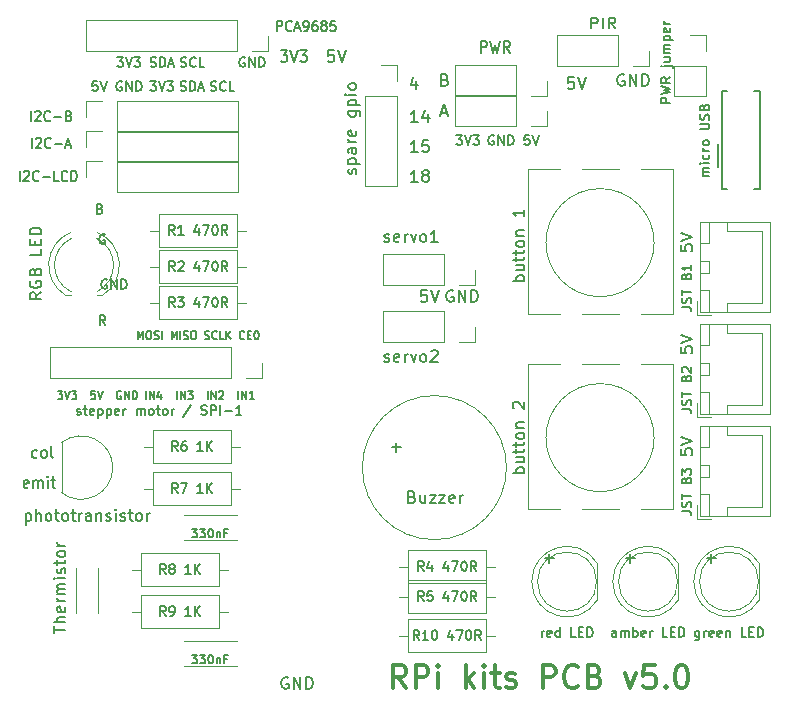
<source format=gbr>
G04 #@! TF.GenerationSoftware,KiCad,Pcbnew,(5.1.2)-1*
G04 #@! TF.CreationDate,2021-03-27T08:32:09+00:00*
G04 #@! TF.ProjectId,RPI_PCB05,5250495f-6b69-4747-935f-50434230352e,rev?*
G04 #@! TF.SameCoordinates,Original*
G04 #@! TF.FileFunction,Legend,Top*
G04 #@! TF.FilePolarity,Positive*
%FSLAX46Y46*%
G04 Gerber Fmt 4.6, Leading zero omitted, Abs format (unit mm)*
G04 Created by KiCad (PCBNEW (5.1.2)-1) date 2021-03-27 08:32:09*
%MOMM*%
%LPD*%
G04 APERTURE LIST*
%ADD10C,0.300000*%
%ADD11C,0.200000*%
%ADD12C,0.150000*%
%ADD13C,0.120000*%
G04 APERTURE END LIST*
D10*
X141299238Y-121509523D02*
X140665904Y-120604761D01*
X140213523Y-121509523D02*
X140213523Y-119609523D01*
X140937333Y-119609523D01*
X141118285Y-119700000D01*
X141208761Y-119790476D01*
X141299238Y-119971428D01*
X141299238Y-120242857D01*
X141208761Y-120423809D01*
X141118285Y-120514285D01*
X140937333Y-120604761D01*
X140213523Y-120604761D01*
X142113523Y-121509523D02*
X142113523Y-119609523D01*
X142837333Y-119609523D01*
X143018285Y-119700000D01*
X143108761Y-119790476D01*
X143199238Y-119971428D01*
X143199238Y-120242857D01*
X143108761Y-120423809D01*
X143018285Y-120514285D01*
X142837333Y-120604761D01*
X142113523Y-120604761D01*
X144013523Y-121509523D02*
X144013523Y-120242857D01*
X144013523Y-119609523D02*
X143923047Y-119700000D01*
X144013523Y-119790476D01*
X144104000Y-119700000D01*
X144013523Y-119609523D01*
X144013523Y-119790476D01*
X146365904Y-121509523D02*
X146365904Y-119609523D01*
X146546857Y-120785714D02*
X147089714Y-121509523D01*
X147089714Y-120242857D02*
X146365904Y-120966666D01*
X147904000Y-121509523D02*
X147904000Y-120242857D01*
X147904000Y-119609523D02*
X147813523Y-119700000D01*
X147904000Y-119790476D01*
X147994476Y-119700000D01*
X147904000Y-119609523D01*
X147904000Y-119790476D01*
X148537333Y-120242857D02*
X149261142Y-120242857D01*
X148808761Y-119609523D02*
X148808761Y-121238095D01*
X148899238Y-121419047D01*
X149080190Y-121509523D01*
X149261142Y-121509523D01*
X149804000Y-121419047D02*
X149984952Y-121509523D01*
X150346857Y-121509523D01*
X150527809Y-121419047D01*
X150618285Y-121238095D01*
X150618285Y-121147619D01*
X150527809Y-120966666D01*
X150346857Y-120876190D01*
X150075428Y-120876190D01*
X149894476Y-120785714D01*
X149804000Y-120604761D01*
X149804000Y-120514285D01*
X149894476Y-120333333D01*
X150075428Y-120242857D01*
X150346857Y-120242857D01*
X150527809Y-120333333D01*
X152880190Y-121509523D02*
X152880190Y-119609523D01*
X153604000Y-119609523D01*
X153784952Y-119700000D01*
X153875428Y-119790476D01*
X153965904Y-119971428D01*
X153965904Y-120242857D01*
X153875428Y-120423809D01*
X153784952Y-120514285D01*
X153604000Y-120604761D01*
X152880190Y-120604761D01*
X155865904Y-121328571D02*
X155775428Y-121419047D01*
X155504000Y-121509523D01*
X155323047Y-121509523D01*
X155051619Y-121419047D01*
X154870666Y-121238095D01*
X154780190Y-121057142D01*
X154689714Y-120695238D01*
X154689714Y-120423809D01*
X154780190Y-120061904D01*
X154870666Y-119880952D01*
X155051619Y-119700000D01*
X155323047Y-119609523D01*
X155504000Y-119609523D01*
X155775428Y-119700000D01*
X155865904Y-119790476D01*
X157313523Y-120514285D02*
X157584952Y-120604761D01*
X157675428Y-120695238D01*
X157765904Y-120876190D01*
X157765904Y-121147619D01*
X157675428Y-121328571D01*
X157584952Y-121419047D01*
X157404000Y-121509523D01*
X156680190Y-121509523D01*
X156680190Y-119609523D01*
X157313523Y-119609523D01*
X157494476Y-119700000D01*
X157584952Y-119790476D01*
X157675428Y-119971428D01*
X157675428Y-120152380D01*
X157584952Y-120333333D01*
X157494476Y-120423809D01*
X157313523Y-120514285D01*
X156680190Y-120514285D01*
X159846857Y-120242857D02*
X160299238Y-121509523D01*
X160751619Y-120242857D01*
X162380190Y-119609523D02*
X161475428Y-119609523D01*
X161384952Y-120514285D01*
X161475428Y-120423809D01*
X161656380Y-120333333D01*
X162108761Y-120333333D01*
X162289714Y-120423809D01*
X162380190Y-120514285D01*
X162470666Y-120695238D01*
X162470666Y-121147619D01*
X162380190Y-121328571D01*
X162289714Y-121419047D01*
X162108761Y-121509523D01*
X161656380Y-121509523D01*
X161475428Y-121419047D01*
X161384952Y-121328571D01*
X163284952Y-121328571D02*
X163375428Y-121419047D01*
X163284952Y-121509523D01*
X163194476Y-121419047D01*
X163284952Y-121328571D01*
X163284952Y-121509523D01*
X164551619Y-119609523D02*
X164732571Y-119609523D01*
X164913523Y-119700000D01*
X165004000Y-119790476D01*
X165094476Y-119971428D01*
X165184952Y-120333333D01*
X165184952Y-120785714D01*
X165094476Y-121147619D01*
X165004000Y-121328571D01*
X164913523Y-121419047D01*
X164732571Y-121509523D01*
X164551619Y-121509523D01*
X164370666Y-121419047D01*
X164280190Y-121328571D01*
X164189714Y-121147619D01*
X164099238Y-120785714D01*
X164099238Y-120333333D01*
X164189714Y-119971428D01*
X164280190Y-119790476D01*
X164370666Y-119700000D01*
X164551619Y-119609523D01*
D11*
X166751047Y-110561428D02*
X167512952Y-110561428D01*
X167132000Y-110942380D02*
X167132000Y-110180476D01*
X159893047Y-110561428D02*
X160654952Y-110561428D01*
X160274000Y-110942380D02*
X160274000Y-110180476D01*
X153035047Y-110561428D02*
X153796952Y-110561428D01*
X153416000Y-110942380D02*
X153416000Y-110180476D01*
D12*
X115373142Y-80968857D02*
X115487428Y-81006952D01*
X115525523Y-81045047D01*
X115563619Y-81121238D01*
X115563619Y-81235523D01*
X115525523Y-81311714D01*
X115487428Y-81349809D01*
X115411238Y-81387904D01*
X115106476Y-81387904D01*
X115106476Y-80587904D01*
X115373142Y-80587904D01*
X115449333Y-80626000D01*
X115487428Y-80664095D01*
X115525523Y-80740285D01*
X115525523Y-80816476D01*
X115487428Y-80892666D01*
X115449333Y-80930761D01*
X115373142Y-80968857D01*
X115106476Y-80968857D01*
X115779523Y-83166000D02*
X115703333Y-83127904D01*
X115589047Y-83127904D01*
X115474761Y-83166000D01*
X115398571Y-83242190D01*
X115360476Y-83318380D01*
X115322380Y-83470761D01*
X115322380Y-83585047D01*
X115360476Y-83737428D01*
X115398571Y-83813619D01*
X115474761Y-83889809D01*
X115589047Y-83927904D01*
X115665238Y-83927904D01*
X115779523Y-83889809D01*
X115817619Y-83851714D01*
X115817619Y-83585047D01*
X115665238Y-83585047D01*
X115817619Y-90785904D02*
X115550952Y-90404952D01*
X115360476Y-90785904D02*
X115360476Y-89985904D01*
X115665238Y-89985904D01*
X115741428Y-90024000D01*
X115779523Y-90062095D01*
X115817619Y-90138285D01*
X115817619Y-90252571D01*
X115779523Y-90328761D01*
X115741428Y-90366857D01*
X115665238Y-90404952D01*
X115360476Y-90404952D01*
X118606333Y-92010666D02*
X118606333Y-91310666D01*
X118823000Y-91810666D01*
X119039666Y-91310666D01*
X119039666Y-92010666D01*
X119473000Y-91310666D02*
X119596809Y-91310666D01*
X119658714Y-91344000D01*
X119720619Y-91410666D01*
X119751571Y-91544000D01*
X119751571Y-91777333D01*
X119720619Y-91910666D01*
X119658714Y-91977333D01*
X119596809Y-92010666D01*
X119473000Y-92010666D01*
X119411095Y-91977333D01*
X119349190Y-91910666D01*
X119318238Y-91777333D01*
X119318238Y-91544000D01*
X119349190Y-91410666D01*
X119411095Y-91344000D01*
X119473000Y-91310666D01*
X119999190Y-91977333D02*
X120092047Y-92010666D01*
X120246809Y-92010666D01*
X120308714Y-91977333D01*
X120339666Y-91944000D01*
X120370619Y-91877333D01*
X120370619Y-91810666D01*
X120339666Y-91744000D01*
X120308714Y-91710666D01*
X120246809Y-91677333D01*
X120123000Y-91644000D01*
X120061095Y-91610666D01*
X120030142Y-91577333D01*
X119999190Y-91510666D01*
X119999190Y-91444000D01*
X120030142Y-91377333D01*
X120061095Y-91344000D01*
X120123000Y-91310666D01*
X120277761Y-91310666D01*
X120370619Y-91344000D01*
X120649190Y-92010666D02*
X120649190Y-91310666D01*
X121453952Y-92010666D02*
X121453952Y-91310666D01*
X121670619Y-91810666D01*
X121887285Y-91310666D01*
X121887285Y-92010666D01*
X122196809Y-92010666D02*
X122196809Y-91310666D01*
X122475380Y-91977333D02*
X122568238Y-92010666D01*
X122723000Y-92010666D01*
X122784904Y-91977333D01*
X122815857Y-91944000D01*
X122846809Y-91877333D01*
X122846809Y-91810666D01*
X122815857Y-91744000D01*
X122784904Y-91710666D01*
X122723000Y-91677333D01*
X122599190Y-91644000D01*
X122537285Y-91610666D01*
X122506333Y-91577333D01*
X122475380Y-91510666D01*
X122475380Y-91444000D01*
X122506333Y-91377333D01*
X122537285Y-91344000D01*
X122599190Y-91310666D01*
X122753952Y-91310666D01*
X122846809Y-91344000D01*
X123249190Y-91310666D02*
X123373000Y-91310666D01*
X123434904Y-91344000D01*
X123496809Y-91410666D01*
X123527761Y-91544000D01*
X123527761Y-91777333D01*
X123496809Y-91910666D01*
X123434904Y-91977333D01*
X123373000Y-92010666D01*
X123249190Y-92010666D01*
X123187285Y-91977333D01*
X123125380Y-91910666D01*
X123094428Y-91777333D01*
X123094428Y-91544000D01*
X123125380Y-91410666D01*
X123187285Y-91344000D01*
X123249190Y-91310666D01*
X124270619Y-91977333D02*
X124363476Y-92010666D01*
X124518238Y-92010666D01*
X124580142Y-91977333D01*
X124611095Y-91944000D01*
X124642047Y-91877333D01*
X124642047Y-91810666D01*
X124611095Y-91744000D01*
X124580142Y-91710666D01*
X124518238Y-91677333D01*
X124394428Y-91644000D01*
X124332523Y-91610666D01*
X124301571Y-91577333D01*
X124270619Y-91510666D01*
X124270619Y-91444000D01*
X124301571Y-91377333D01*
X124332523Y-91344000D01*
X124394428Y-91310666D01*
X124549190Y-91310666D01*
X124642047Y-91344000D01*
X125292047Y-91944000D02*
X125261095Y-91977333D01*
X125168238Y-92010666D01*
X125106333Y-92010666D01*
X125013476Y-91977333D01*
X124951571Y-91910666D01*
X124920619Y-91844000D01*
X124889666Y-91710666D01*
X124889666Y-91610666D01*
X124920619Y-91477333D01*
X124951571Y-91410666D01*
X125013476Y-91344000D01*
X125106333Y-91310666D01*
X125168238Y-91310666D01*
X125261095Y-91344000D01*
X125292047Y-91377333D01*
X125880142Y-92010666D02*
X125570619Y-92010666D01*
X125570619Y-91310666D01*
X126096809Y-92010666D02*
X126096809Y-91310666D01*
X126468238Y-92010666D02*
X126189666Y-91610666D01*
X126468238Y-91310666D02*
X126096809Y-91710666D01*
X127613476Y-91944000D02*
X127582523Y-91977333D01*
X127489666Y-92010666D01*
X127427761Y-92010666D01*
X127334904Y-91977333D01*
X127273000Y-91910666D01*
X127242047Y-91844000D01*
X127211095Y-91710666D01*
X127211095Y-91610666D01*
X127242047Y-91477333D01*
X127273000Y-91410666D01*
X127334904Y-91344000D01*
X127427761Y-91310666D01*
X127489666Y-91310666D01*
X127582523Y-91344000D01*
X127613476Y-91377333D01*
X127892047Y-91644000D02*
X128108714Y-91644000D01*
X128201571Y-92010666D02*
X127892047Y-92010666D01*
X127892047Y-91310666D01*
X128201571Y-91310666D01*
X128603952Y-91310666D02*
X128665857Y-91310666D01*
X128727761Y-91344000D01*
X128758714Y-91377333D01*
X128789666Y-91444000D01*
X128820619Y-91577333D01*
X128820619Y-91744000D01*
X128789666Y-91877333D01*
X128758714Y-91944000D01*
X128727761Y-91977333D01*
X128665857Y-92010666D01*
X128603952Y-92010666D01*
X128542047Y-91977333D01*
X128511095Y-91944000D01*
X128480142Y-91877333D01*
X128449190Y-91744000D01*
X128449190Y-91577333D01*
X128480142Y-91444000D01*
X128511095Y-91377333D01*
X128542047Y-91344000D01*
X128603952Y-91310666D01*
X111815809Y-96390666D02*
X112218190Y-96390666D01*
X112001523Y-96657333D01*
X112094380Y-96657333D01*
X112156285Y-96690666D01*
X112187238Y-96724000D01*
X112218190Y-96790666D01*
X112218190Y-96957333D01*
X112187238Y-97024000D01*
X112156285Y-97057333D01*
X112094380Y-97090666D01*
X111908666Y-97090666D01*
X111846761Y-97057333D01*
X111815809Y-97024000D01*
X112403904Y-96390666D02*
X112620571Y-97090666D01*
X112837238Y-96390666D01*
X112992000Y-96390666D02*
X113394380Y-96390666D01*
X113177714Y-96657333D01*
X113270571Y-96657333D01*
X113332476Y-96690666D01*
X113363428Y-96724000D01*
X113394380Y-96790666D01*
X113394380Y-96957333D01*
X113363428Y-97024000D01*
X113332476Y-97057333D01*
X113270571Y-97090666D01*
X113084857Y-97090666D01*
X113022952Y-97057333D01*
X112992000Y-97024000D01*
X114972952Y-96390666D02*
X114663428Y-96390666D01*
X114632476Y-96724000D01*
X114663428Y-96690666D01*
X114725333Y-96657333D01*
X114880095Y-96657333D01*
X114942000Y-96690666D01*
X114972952Y-96724000D01*
X115003904Y-96790666D01*
X115003904Y-96957333D01*
X114972952Y-97024000D01*
X114942000Y-97057333D01*
X114880095Y-97090666D01*
X114725333Y-97090666D01*
X114663428Y-97057333D01*
X114632476Y-97024000D01*
X115189619Y-96390666D02*
X115406285Y-97090666D01*
X115622952Y-96390666D01*
X117170571Y-96424000D02*
X117108666Y-96390666D01*
X117015809Y-96390666D01*
X116922952Y-96424000D01*
X116861047Y-96490666D01*
X116830095Y-96557333D01*
X116799142Y-96690666D01*
X116799142Y-96790666D01*
X116830095Y-96924000D01*
X116861047Y-96990666D01*
X116922952Y-97057333D01*
X117015809Y-97090666D01*
X117077714Y-97090666D01*
X117170571Y-97057333D01*
X117201523Y-97024000D01*
X117201523Y-96790666D01*
X117077714Y-96790666D01*
X117480095Y-97090666D02*
X117480095Y-96390666D01*
X117851523Y-97090666D01*
X117851523Y-96390666D01*
X118161047Y-97090666D02*
X118161047Y-96390666D01*
X118315809Y-96390666D01*
X118408666Y-96424000D01*
X118470571Y-96490666D01*
X118501523Y-96557333D01*
X118532476Y-96690666D01*
X118532476Y-96790666D01*
X118501523Y-96924000D01*
X118470571Y-96990666D01*
X118408666Y-97057333D01*
X118315809Y-97090666D01*
X118161047Y-97090666D01*
X119306285Y-97090666D02*
X119306285Y-96390666D01*
X119615809Y-97090666D02*
X119615809Y-96390666D01*
X119987238Y-97090666D01*
X119987238Y-96390666D01*
X120575333Y-96624000D02*
X120575333Y-97090666D01*
X120420571Y-96357333D02*
X120265809Y-96857333D01*
X120668190Y-96857333D01*
X121906285Y-97090666D02*
X121906285Y-96390666D01*
X122215809Y-97090666D02*
X122215809Y-96390666D01*
X122587238Y-97090666D01*
X122587238Y-96390666D01*
X122834857Y-96390666D02*
X123237238Y-96390666D01*
X123020571Y-96657333D01*
X123113428Y-96657333D01*
X123175333Y-96690666D01*
X123206285Y-96724000D01*
X123237238Y-96790666D01*
X123237238Y-96957333D01*
X123206285Y-97024000D01*
X123175333Y-97057333D01*
X123113428Y-97090666D01*
X122927714Y-97090666D01*
X122865809Y-97057333D01*
X122834857Y-97024000D01*
X124506285Y-97090666D02*
X124506285Y-96390666D01*
X124815809Y-97090666D02*
X124815809Y-96390666D01*
X125187238Y-97090666D01*
X125187238Y-96390666D01*
X125465809Y-96457333D02*
X125496761Y-96424000D01*
X125558666Y-96390666D01*
X125713428Y-96390666D01*
X125775333Y-96424000D01*
X125806285Y-96457333D01*
X125837238Y-96524000D01*
X125837238Y-96590666D01*
X125806285Y-96690666D01*
X125434857Y-97090666D01*
X125837238Y-97090666D01*
X127106285Y-97090666D02*
X127106285Y-96390666D01*
X127415809Y-97090666D02*
X127415809Y-96390666D01*
X127787238Y-97090666D01*
X127787238Y-96390666D01*
X128437238Y-97090666D02*
X128065809Y-97090666D01*
X128251523Y-97090666D02*
X128251523Y-96390666D01*
X128189619Y-96490666D01*
X128127714Y-96557333D01*
X128065809Y-96590666D01*
X115976476Y-86976000D02*
X115900285Y-86937904D01*
X115786000Y-86937904D01*
X115671714Y-86976000D01*
X115595523Y-87052190D01*
X115557428Y-87128380D01*
X115519333Y-87280761D01*
X115519333Y-87395047D01*
X115557428Y-87547428D01*
X115595523Y-87623619D01*
X115671714Y-87699809D01*
X115786000Y-87737904D01*
X115862190Y-87737904D01*
X115976476Y-87699809D01*
X116014571Y-87661714D01*
X116014571Y-87395047D01*
X115862190Y-87395047D01*
X116357428Y-87737904D02*
X116357428Y-86937904D01*
X116814571Y-87737904D01*
X116814571Y-86937904D01*
X117195523Y-87737904D02*
X117195523Y-86937904D01*
X117386000Y-86937904D01*
X117500285Y-86976000D01*
X117576476Y-87052190D01*
X117614571Y-87128380D01*
X117652666Y-87280761D01*
X117652666Y-87395047D01*
X117614571Y-87547428D01*
X117576476Y-87623619D01*
X117500285Y-87699809D01*
X117386000Y-87737904D01*
X117195523Y-87737904D01*
D11*
X164552380Y-84010476D02*
X164552380Y-84486666D01*
X165028571Y-84534285D01*
X164980952Y-84486666D01*
X164933333Y-84391428D01*
X164933333Y-84153333D01*
X164980952Y-84058095D01*
X165028571Y-84010476D01*
X165123809Y-83962857D01*
X165361904Y-83962857D01*
X165457142Y-84010476D01*
X165504761Y-84058095D01*
X165552380Y-84153333D01*
X165552380Y-84391428D01*
X165504761Y-84486666D01*
X165457142Y-84534285D01*
X164552380Y-83677142D02*
X165552380Y-83343809D01*
X164552380Y-83010476D01*
X164552380Y-92646476D02*
X164552380Y-93122666D01*
X165028571Y-93170285D01*
X164980952Y-93122666D01*
X164933333Y-93027428D01*
X164933333Y-92789333D01*
X164980952Y-92694095D01*
X165028571Y-92646476D01*
X165123809Y-92598857D01*
X165361904Y-92598857D01*
X165457142Y-92646476D01*
X165504761Y-92694095D01*
X165552380Y-92789333D01*
X165552380Y-93027428D01*
X165504761Y-93122666D01*
X165457142Y-93170285D01*
X164552380Y-92313142D02*
X165552380Y-91979809D01*
X164552380Y-91646476D01*
X164552380Y-101282476D02*
X164552380Y-101758666D01*
X165028571Y-101806285D01*
X164980952Y-101758666D01*
X164933333Y-101663428D01*
X164933333Y-101425333D01*
X164980952Y-101330095D01*
X165028571Y-101282476D01*
X165123809Y-101234857D01*
X165361904Y-101234857D01*
X165457142Y-101282476D01*
X165504761Y-101330095D01*
X165552380Y-101425333D01*
X165552380Y-101663428D01*
X165504761Y-101758666D01*
X165457142Y-101806285D01*
X164552380Y-100949142D02*
X165552380Y-100615809D01*
X164552380Y-100282476D01*
X159766095Y-69604000D02*
X159670857Y-69556380D01*
X159528000Y-69556380D01*
X159385142Y-69604000D01*
X159289904Y-69699238D01*
X159242285Y-69794476D01*
X159194666Y-69984952D01*
X159194666Y-70127809D01*
X159242285Y-70318285D01*
X159289904Y-70413523D01*
X159385142Y-70508761D01*
X159528000Y-70556380D01*
X159623238Y-70556380D01*
X159766095Y-70508761D01*
X159813714Y-70461142D01*
X159813714Y-70127809D01*
X159623238Y-70127809D01*
X160242285Y-70556380D02*
X160242285Y-69556380D01*
X160813714Y-70556380D01*
X160813714Y-69556380D01*
X161289904Y-70556380D02*
X161289904Y-69556380D01*
X161528000Y-69556380D01*
X161670857Y-69604000D01*
X161766095Y-69699238D01*
X161813714Y-69794476D01*
X161861333Y-69984952D01*
X161861333Y-70127809D01*
X161813714Y-70318285D01*
X161766095Y-70413523D01*
X161670857Y-70508761D01*
X161528000Y-70556380D01*
X161289904Y-70556380D01*
X155511523Y-69810380D02*
X155035333Y-69810380D01*
X154987714Y-70286571D01*
X155035333Y-70238952D01*
X155130571Y-70191333D01*
X155368666Y-70191333D01*
X155463904Y-70238952D01*
X155511523Y-70286571D01*
X155559142Y-70381809D01*
X155559142Y-70619904D01*
X155511523Y-70715142D01*
X155463904Y-70762761D01*
X155368666Y-70810380D01*
X155130571Y-70810380D01*
X155035333Y-70762761D01*
X154987714Y-70715142D01*
X155844857Y-69810380D02*
X156178190Y-70810380D01*
X156511523Y-69810380D01*
X147644000Y-67762380D02*
X147644000Y-66762380D01*
X147986857Y-66762380D01*
X148072571Y-66810000D01*
X148115428Y-66857619D01*
X148158285Y-66952857D01*
X148158285Y-67095714D01*
X148115428Y-67190952D01*
X148072571Y-67238571D01*
X147986857Y-67286190D01*
X147644000Y-67286190D01*
X148458285Y-66762380D02*
X148672571Y-67762380D01*
X148844000Y-67048095D01*
X149015428Y-67762380D01*
X149229714Y-66762380D01*
X150086857Y-67762380D02*
X149786857Y-67286190D01*
X149572571Y-67762380D02*
X149572571Y-66762380D01*
X149915428Y-66762380D01*
X150001142Y-66810000D01*
X150044000Y-66857619D01*
X150086857Y-66952857D01*
X150086857Y-67095714D01*
X150044000Y-67190952D01*
X150001142Y-67238571D01*
X149915428Y-67286190D01*
X149572571Y-67286190D01*
X131318095Y-120658000D02*
X131222857Y-120610380D01*
X131080000Y-120610380D01*
X130937142Y-120658000D01*
X130841904Y-120753238D01*
X130794285Y-120848476D01*
X130746666Y-121038952D01*
X130746666Y-121181809D01*
X130794285Y-121372285D01*
X130841904Y-121467523D01*
X130937142Y-121562761D01*
X131080000Y-121610380D01*
X131175238Y-121610380D01*
X131318095Y-121562761D01*
X131365714Y-121515142D01*
X131365714Y-121181809D01*
X131175238Y-121181809D01*
X131794285Y-121610380D02*
X131794285Y-120610380D01*
X132365714Y-121610380D01*
X132365714Y-120610380D01*
X132841904Y-121610380D02*
X132841904Y-120610380D01*
X133080000Y-120610380D01*
X133222857Y-120658000D01*
X133318095Y-120753238D01*
X133365714Y-120848476D01*
X133413333Y-121038952D01*
X133413333Y-121181809D01*
X133365714Y-121372285D01*
X133318095Y-121467523D01*
X133222857Y-121562761D01*
X133080000Y-121610380D01*
X132841904Y-121610380D01*
X130711714Y-67524380D02*
X131268857Y-67524380D01*
X130968857Y-67905333D01*
X131097428Y-67905333D01*
X131183142Y-67952952D01*
X131226000Y-68000571D01*
X131268857Y-68095809D01*
X131268857Y-68333904D01*
X131226000Y-68429142D01*
X131183142Y-68476761D01*
X131097428Y-68524380D01*
X130840285Y-68524380D01*
X130754571Y-68476761D01*
X130711714Y-68429142D01*
X131526000Y-67524380D02*
X131826000Y-68524380D01*
X132126000Y-67524380D01*
X132340285Y-67524380D02*
X132897428Y-67524380D01*
X132597428Y-67905333D01*
X132726000Y-67905333D01*
X132811714Y-67952952D01*
X132854571Y-68000571D01*
X132897428Y-68095809D01*
X132897428Y-68333904D01*
X132854571Y-68429142D01*
X132811714Y-68476761D01*
X132726000Y-68524380D01*
X132468857Y-68524380D01*
X132383142Y-68476761D01*
X132340285Y-68429142D01*
X135191523Y-67524380D02*
X134715333Y-67524380D01*
X134667714Y-68000571D01*
X134715333Y-67952952D01*
X134810571Y-67905333D01*
X135048666Y-67905333D01*
X135143904Y-67952952D01*
X135191523Y-68000571D01*
X135239142Y-68095809D01*
X135239142Y-68333904D01*
X135191523Y-68429142D01*
X135143904Y-68476761D01*
X135048666Y-68524380D01*
X134810571Y-68524380D01*
X134715333Y-68476761D01*
X134667714Y-68429142D01*
X135524857Y-67524380D02*
X135858190Y-68524380D01*
X136191523Y-67524380D01*
X109336000Y-104544761D02*
X109250285Y-104592380D01*
X109078857Y-104592380D01*
X108993142Y-104544761D01*
X108950285Y-104449523D01*
X108950285Y-104068571D01*
X108993142Y-103973333D01*
X109078857Y-103925714D01*
X109250285Y-103925714D01*
X109336000Y-103973333D01*
X109378857Y-104068571D01*
X109378857Y-104163809D01*
X108950285Y-104259047D01*
X109764571Y-104592380D02*
X109764571Y-103925714D01*
X109764571Y-104020952D02*
X109807428Y-103973333D01*
X109893142Y-103925714D01*
X110021714Y-103925714D01*
X110107428Y-103973333D01*
X110150285Y-104068571D01*
X110150285Y-104592380D01*
X110150285Y-104068571D02*
X110193142Y-103973333D01*
X110278857Y-103925714D01*
X110407428Y-103925714D01*
X110493142Y-103973333D01*
X110536000Y-104068571D01*
X110536000Y-104592380D01*
X110964571Y-104592380D02*
X110964571Y-103925714D01*
X110964571Y-103592380D02*
X110921714Y-103640000D01*
X110964571Y-103687619D01*
X111007428Y-103640000D01*
X110964571Y-103592380D01*
X110964571Y-103687619D01*
X111264571Y-103925714D02*
X111607428Y-103925714D01*
X111393142Y-103592380D02*
X111393142Y-104449523D01*
X111436000Y-104544761D01*
X111521714Y-104592380D01*
X111607428Y-104592380D01*
X110061428Y-102004761D02*
X109975714Y-102052380D01*
X109804285Y-102052380D01*
X109718571Y-102004761D01*
X109675714Y-101957142D01*
X109632857Y-101861904D01*
X109632857Y-101576190D01*
X109675714Y-101480952D01*
X109718571Y-101433333D01*
X109804285Y-101385714D01*
X109975714Y-101385714D01*
X110061428Y-101433333D01*
X110575714Y-102052380D02*
X110490000Y-102004761D01*
X110447142Y-101957142D01*
X110404285Y-101861904D01*
X110404285Y-101576190D01*
X110447142Y-101480952D01*
X110490000Y-101433333D01*
X110575714Y-101385714D01*
X110704285Y-101385714D01*
X110790000Y-101433333D01*
X110832857Y-101480952D01*
X110875714Y-101576190D01*
X110875714Y-101861904D01*
X110832857Y-101957142D01*
X110790000Y-102004761D01*
X110704285Y-102052380D01*
X110575714Y-102052380D01*
X111390000Y-102052380D02*
X111304285Y-102004761D01*
X111261428Y-101909523D01*
X111261428Y-101052380D01*
X127660476Y-68180000D02*
X127584285Y-68141904D01*
X127470000Y-68141904D01*
X127355714Y-68180000D01*
X127279523Y-68256190D01*
X127241428Y-68332380D01*
X127203333Y-68484761D01*
X127203333Y-68599047D01*
X127241428Y-68751428D01*
X127279523Y-68827619D01*
X127355714Y-68903809D01*
X127470000Y-68941904D01*
X127546190Y-68941904D01*
X127660476Y-68903809D01*
X127698571Y-68865714D01*
X127698571Y-68599047D01*
X127546190Y-68599047D01*
X128041428Y-68941904D02*
X128041428Y-68141904D01*
X128498571Y-68941904D01*
X128498571Y-68141904D01*
X128879523Y-68941904D02*
X128879523Y-68141904D01*
X129070000Y-68141904D01*
X129184285Y-68180000D01*
X129260476Y-68256190D01*
X129298571Y-68332380D01*
X129336666Y-68484761D01*
X129336666Y-68599047D01*
X129298571Y-68751428D01*
X129260476Y-68827619D01*
X129184285Y-68903809D01*
X129070000Y-68941904D01*
X128879523Y-68941904D01*
X122237619Y-68903809D02*
X122351904Y-68941904D01*
X122542380Y-68941904D01*
X122618571Y-68903809D01*
X122656666Y-68865714D01*
X122694761Y-68789523D01*
X122694761Y-68713333D01*
X122656666Y-68637142D01*
X122618571Y-68599047D01*
X122542380Y-68560952D01*
X122390000Y-68522857D01*
X122313809Y-68484761D01*
X122275714Y-68446666D01*
X122237619Y-68370476D01*
X122237619Y-68294285D01*
X122275714Y-68218095D01*
X122313809Y-68180000D01*
X122390000Y-68141904D01*
X122580476Y-68141904D01*
X122694761Y-68180000D01*
X123494761Y-68865714D02*
X123456666Y-68903809D01*
X123342380Y-68941904D01*
X123266190Y-68941904D01*
X123151904Y-68903809D01*
X123075714Y-68827619D01*
X123037619Y-68751428D01*
X122999523Y-68599047D01*
X122999523Y-68484761D01*
X123037619Y-68332380D01*
X123075714Y-68256190D01*
X123151904Y-68180000D01*
X123266190Y-68141904D01*
X123342380Y-68141904D01*
X123456666Y-68180000D01*
X123494761Y-68218095D01*
X124218571Y-68941904D02*
X123837619Y-68941904D01*
X123837619Y-68141904D01*
X119678571Y-68903809D02*
X119792857Y-68941904D01*
X119983333Y-68941904D01*
X120059523Y-68903809D01*
X120097619Y-68865714D01*
X120135714Y-68789523D01*
X120135714Y-68713333D01*
X120097619Y-68637142D01*
X120059523Y-68599047D01*
X119983333Y-68560952D01*
X119830952Y-68522857D01*
X119754761Y-68484761D01*
X119716666Y-68446666D01*
X119678571Y-68370476D01*
X119678571Y-68294285D01*
X119716666Y-68218095D01*
X119754761Y-68180000D01*
X119830952Y-68141904D01*
X120021428Y-68141904D01*
X120135714Y-68180000D01*
X120478571Y-68941904D02*
X120478571Y-68141904D01*
X120669047Y-68141904D01*
X120783333Y-68180000D01*
X120859523Y-68256190D01*
X120897619Y-68332380D01*
X120935714Y-68484761D01*
X120935714Y-68599047D01*
X120897619Y-68751428D01*
X120859523Y-68827619D01*
X120783333Y-68903809D01*
X120669047Y-68941904D01*
X120478571Y-68941904D01*
X121240476Y-68713333D02*
X121621428Y-68713333D01*
X121164285Y-68941904D02*
X121430952Y-68141904D01*
X121697619Y-68941904D01*
X116865523Y-68141904D02*
X117360761Y-68141904D01*
X117094095Y-68446666D01*
X117208380Y-68446666D01*
X117284571Y-68484761D01*
X117322666Y-68522857D01*
X117360761Y-68599047D01*
X117360761Y-68789523D01*
X117322666Y-68865714D01*
X117284571Y-68903809D01*
X117208380Y-68941904D01*
X116979809Y-68941904D01*
X116903619Y-68903809D01*
X116865523Y-68865714D01*
X117589333Y-68141904D02*
X117856000Y-68941904D01*
X118122666Y-68141904D01*
X118313142Y-68141904D02*
X118808380Y-68141904D01*
X118541714Y-68446666D01*
X118656000Y-68446666D01*
X118732190Y-68484761D01*
X118770285Y-68522857D01*
X118808380Y-68599047D01*
X118808380Y-68789523D01*
X118770285Y-68865714D01*
X118732190Y-68903809D01*
X118656000Y-68941904D01*
X118427428Y-68941904D01*
X118351238Y-68903809D01*
X118313142Y-68865714D01*
X124777619Y-70935809D02*
X124891904Y-70973904D01*
X125082380Y-70973904D01*
X125158571Y-70935809D01*
X125196666Y-70897714D01*
X125234761Y-70821523D01*
X125234761Y-70745333D01*
X125196666Y-70669142D01*
X125158571Y-70631047D01*
X125082380Y-70592952D01*
X124930000Y-70554857D01*
X124853809Y-70516761D01*
X124815714Y-70478666D01*
X124777619Y-70402476D01*
X124777619Y-70326285D01*
X124815714Y-70250095D01*
X124853809Y-70212000D01*
X124930000Y-70173904D01*
X125120476Y-70173904D01*
X125234761Y-70212000D01*
X126034761Y-70897714D02*
X125996666Y-70935809D01*
X125882380Y-70973904D01*
X125806190Y-70973904D01*
X125691904Y-70935809D01*
X125615714Y-70859619D01*
X125577619Y-70783428D01*
X125539523Y-70631047D01*
X125539523Y-70516761D01*
X125577619Y-70364380D01*
X125615714Y-70288190D01*
X125691904Y-70212000D01*
X125806190Y-70173904D01*
X125882380Y-70173904D01*
X125996666Y-70212000D01*
X126034761Y-70250095D01*
X126758571Y-70973904D02*
X126377619Y-70973904D01*
X126377619Y-70173904D01*
X122218571Y-70935809D02*
X122332857Y-70973904D01*
X122523333Y-70973904D01*
X122599523Y-70935809D01*
X122637619Y-70897714D01*
X122675714Y-70821523D01*
X122675714Y-70745333D01*
X122637619Y-70669142D01*
X122599523Y-70631047D01*
X122523333Y-70592952D01*
X122370952Y-70554857D01*
X122294761Y-70516761D01*
X122256666Y-70478666D01*
X122218571Y-70402476D01*
X122218571Y-70326285D01*
X122256666Y-70250095D01*
X122294761Y-70212000D01*
X122370952Y-70173904D01*
X122561428Y-70173904D01*
X122675714Y-70212000D01*
X123018571Y-70973904D02*
X123018571Y-70173904D01*
X123209047Y-70173904D01*
X123323333Y-70212000D01*
X123399523Y-70288190D01*
X123437619Y-70364380D01*
X123475714Y-70516761D01*
X123475714Y-70631047D01*
X123437619Y-70783428D01*
X123399523Y-70859619D01*
X123323333Y-70935809D01*
X123209047Y-70973904D01*
X123018571Y-70973904D01*
X123780476Y-70745333D02*
X124161428Y-70745333D01*
X123704285Y-70973904D02*
X123970952Y-70173904D01*
X124237619Y-70973904D01*
X119659523Y-70173904D02*
X120154761Y-70173904D01*
X119888095Y-70478666D01*
X120002380Y-70478666D01*
X120078571Y-70516761D01*
X120116666Y-70554857D01*
X120154761Y-70631047D01*
X120154761Y-70821523D01*
X120116666Y-70897714D01*
X120078571Y-70935809D01*
X120002380Y-70973904D01*
X119773809Y-70973904D01*
X119697619Y-70935809D01*
X119659523Y-70897714D01*
X120383333Y-70173904D02*
X120650000Y-70973904D01*
X120916666Y-70173904D01*
X121107142Y-70173904D02*
X121602380Y-70173904D01*
X121335714Y-70478666D01*
X121450000Y-70478666D01*
X121526190Y-70516761D01*
X121564285Y-70554857D01*
X121602380Y-70631047D01*
X121602380Y-70821523D01*
X121564285Y-70897714D01*
X121526190Y-70935809D01*
X121450000Y-70973904D01*
X121221428Y-70973904D01*
X121145238Y-70935809D01*
X121107142Y-70897714D01*
X117246476Y-70212000D02*
X117170285Y-70173904D01*
X117056000Y-70173904D01*
X116941714Y-70212000D01*
X116865523Y-70288190D01*
X116827428Y-70364380D01*
X116789333Y-70516761D01*
X116789333Y-70631047D01*
X116827428Y-70783428D01*
X116865523Y-70859619D01*
X116941714Y-70935809D01*
X117056000Y-70973904D01*
X117132190Y-70973904D01*
X117246476Y-70935809D01*
X117284571Y-70897714D01*
X117284571Y-70631047D01*
X117132190Y-70631047D01*
X117627428Y-70973904D02*
X117627428Y-70173904D01*
X118084571Y-70973904D01*
X118084571Y-70173904D01*
X118465523Y-70973904D02*
X118465523Y-70173904D01*
X118656000Y-70173904D01*
X118770285Y-70212000D01*
X118846476Y-70288190D01*
X118884571Y-70364380D01*
X118922666Y-70516761D01*
X118922666Y-70631047D01*
X118884571Y-70783428D01*
X118846476Y-70859619D01*
X118770285Y-70935809D01*
X118656000Y-70973904D01*
X118465523Y-70973904D01*
X115163619Y-70173904D02*
X114782666Y-70173904D01*
X114744571Y-70554857D01*
X114782666Y-70516761D01*
X114858857Y-70478666D01*
X115049333Y-70478666D01*
X115125523Y-70516761D01*
X115163619Y-70554857D01*
X115201714Y-70631047D01*
X115201714Y-70821523D01*
X115163619Y-70897714D01*
X115125523Y-70935809D01*
X115049333Y-70973904D01*
X114858857Y-70973904D01*
X114782666Y-70935809D01*
X114744571Y-70897714D01*
X115430285Y-70173904D02*
X115696952Y-70973904D01*
X115963619Y-70173904D01*
X145288095Y-87892000D02*
X145192857Y-87844380D01*
X145050000Y-87844380D01*
X144907142Y-87892000D01*
X144811904Y-87987238D01*
X144764285Y-88082476D01*
X144716666Y-88272952D01*
X144716666Y-88415809D01*
X144764285Y-88606285D01*
X144811904Y-88701523D01*
X144907142Y-88796761D01*
X145050000Y-88844380D01*
X145145238Y-88844380D01*
X145288095Y-88796761D01*
X145335714Y-88749142D01*
X145335714Y-88415809D01*
X145145238Y-88415809D01*
X145764285Y-88844380D02*
X145764285Y-87844380D01*
X146335714Y-88844380D01*
X146335714Y-87844380D01*
X146811904Y-88844380D02*
X146811904Y-87844380D01*
X147050000Y-87844380D01*
X147192857Y-87892000D01*
X147288095Y-87987238D01*
X147335714Y-88082476D01*
X147383333Y-88272952D01*
X147383333Y-88415809D01*
X147335714Y-88606285D01*
X147288095Y-88701523D01*
X147192857Y-88796761D01*
X147050000Y-88844380D01*
X146811904Y-88844380D01*
X143065523Y-87844380D02*
X142589333Y-87844380D01*
X142541714Y-88320571D01*
X142589333Y-88272952D01*
X142684571Y-88225333D01*
X142922666Y-88225333D01*
X143017904Y-88272952D01*
X143065523Y-88320571D01*
X143113142Y-88415809D01*
X143113142Y-88653904D01*
X143065523Y-88749142D01*
X143017904Y-88796761D01*
X142922666Y-88844380D01*
X142684571Y-88844380D01*
X142589333Y-88796761D01*
X142541714Y-88749142D01*
X143398857Y-87844380D02*
X143732190Y-88844380D01*
X144065523Y-87844380D01*
D12*
X151739619Y-74745904D02*
X151358666Y-74745904D01*
X151320571Y-75126857D01*
X151358666Y-75088761D01*
X151434857Y-75050666D01*
X151625333Y-75050666D01*
X151701523Y-75088761D01*
X151739619Y-75126857D01*
X151777714Y-75203047D01*
X151777714Y-75393523D01*
X151739619Y-75469714D01*
X151701523Y-75507809D01*
X151625333Y-75545904D01*
X151434857Y-75545904D01*
X151358666Y-75507809D01*
X151320571Y-75469714D01*
X152006285Y-74745904D02*
X152272952Y-75545904D01*
X152539619Y-74745904D01*
X148742476Y-74784000D02*
X148666285Y-74745904D01*
X148552000Y-74745904D01*
X148437714Y-74784000D01*
X148361523Y-74860190D01*
X148323428Y-74936380D01*
X148285333Y-75088761D01*
X148285333Y-75203047D01*
X148323428Y-75355428D01*
X148361523Y-75431619D01*
X148437714Y-75507809D01*
X148552000Y-75545904D01*
X148628190Y-75545904D01*
X148742476Y-75507809D01*
X148780571Y-75469714D01*
X148780571Y-75203047D01*
X148628190Y-75203047D01*
X149123428Y-75545904D02*
X149123428Y-74745904D01*
X149580571Y-75545904D01*
X149580571Y-74745904D01*
X149961523Y-75545904D02*
X149961523Y-74745904D01*
X150152000Y-74745904D01*
X150266285Y-74784000D01*
X150342476Y-74860190D01*
X150380571Y-74936380D01*
X150418666Y-75088761D01*
X150418666Y-75203047D01*
X150380571Y-75355428D01*
X150342476Y-75431619D01*
X150266285Y-75507809D01*
X150152000Y-75545904D01*
X149961523Y-75545904D01*
X145567523Y-74745904D02*
X146062761Y-74745904D01*
X145796095Y-75050666D01*
X145910380Y-75050666D01*
X145986571Y-75088761D01*
X146024666Y-75126857D01*
X146062761Y-75203047D01*
X146062761Y-75393523D01*
X146024666Y-75469714D01*
X145986571Y-75507809D01*
X145910380Y-75545904D01*
X145681809Y-75545904D01*
X145605619Y-75507809D01*
X145567523Y-75469714D01*
X146291333Y-74745904D02*
X146558000Y-75545904D01*
X146824666Y-74745904D01*
X147015142Y-74745904D02*
X147510380Y-74745904D01*
X147243714Y-75050666D01*
X147358000Y-75050666D01*
X147434190Y-75088761D01*
X147472285Y-75126857D01*
X147510380Y-75203047D01*
X147510380Y-75393523D01*
X147472285Y-75469714D01*
X147434190Y-75507809D01*
X147358000Y-75545904D01*
X147129428Y-75545904D01*
X147053238Y-75507809D01*
X147015142Y-75469714D01*
D11*
X142303523Y-78684380D02*
X141732095Y-78684380D01*
X142017809Y-78684380D02*
X142017809Y-77684380D01*
X141922571Y-77827238D01*
X141827333Y-77922476D01*
X141732095Y-77970095D01*
X142874952Y-78112952D02*
X142779714Y-78065333D01*
X142732095Y-78017714D01*
X142684476Y-77922476D01*
X142684476Y-77874857D01*
X142732095Y-77779619D01*
X142779714Y-77732000D01*
X142874952Y-77684380D01*
X143065428Y-77684380D01*
X143160666Y-77732000D01*
X143208285Y-77779619D01*
X143255904Y-77874857D01*
X143255904Y-77922476D01*
X143208285Y-78017714D01*
X143160666Y-78065333D01*
X143065428Y-78112952D01*
X142874952Y-78112952D01*
X142779714Y-78160571D01*
X142732095Y-78208190D01*
X142684476Y-78303428D01*
X142684476Y-78493904D01*
X142732095Y-78589142D01*
X142779714Y-78636761D01*
X142874952Y-78684380D01*
X143065428Y-78684380D01*
X143160666Y-78636761D01*
X143208285Y-78589142D01*
X143255904Y-78493904D01*
X143255904Y-78303428D01*
X143208285Y-78208190D01*
X143160666Y-78160571D01*
X143065428Y-78112952D01*
X142303523Y-76144380D02*
X141732095Y-76144380D01*
X142017809Y-76144380D02*
X142017809Y-75144380D01*
X141922571Y-75287238D01*
X141827333Y-75382476D01*
X141732095Y-75430095D01*
X143208285Y-75144380D02*
X142732095Y-75144380D01*
X142684476Y-75620571D01*
X142732095Y-75572952D01*
X142827333Y-75525333D01*
X143065428Y-75525333D01*
X143160666Y-75572952D01*
X143208285Y-75620571D01*
X143255904Y-75715809D01*
X143255904Y-75953904D01*
X143208285Y-76049142D01*
X143160666Y-76096761D01*
X143065428Y-76144380D01*
X142827333Y-76144380D01*
X142732095Y-76096761D01*
X142684476Y-76049142D01*
X142303523Y-73604380D02*
X141732095Y-73604380D01*
X142017809Y-73604380D02*
X142017809Y-72604380D01*
X141922571Y-72747238D01*
X141827333Y-72842476D01*
X141732095Y-72890095D01*
X143160666Y-72937714D02*
X143160666Y-73604380D01*
X142922571Y-72556761D02*
X142684476Y-73271047D01*
X143303523Y-73271047D01*
X142176476Y-70143714D02*
X142176476Y-70810380D01*
X141938380Y-69762761D02*
X141700285Y-70477047D01*
X142319333Y-70477047D01*
D13*
X112965173Y-82937185D02*
G75*
G03X112501170Y-88285000I1080827J-2787815D01*
G01*
X115126827Y-82937185D02*
G75*
G02X115590830Y-88285000I-1080827J-2787815D01*
G01*
X112965571Y-83470521D02*
G75*
G03X112966000Y-87979684I1080429J-2254479D01*
G01*
X115126429Y-83470521D02*
G75*
G02X115126000Y-87979684I-1080429J-2254479D01*
G01*
X112501000Y-88285000D02*
X112966000Y-88285000D01*
X115126000Y-88285000D02*
X115591000Y-88285000D01*
X149812000Y-102870000D02*
G75*
G03X149812000Y-102870000I-6100000J0D01*
G01*
X122484000Y-106895000D02*
X122484000Y-106880000D01*
X122484000Y-109020000D02*
X122484000Y-109005000D01*
X127024000Y-106895000D02*
X127024000Y-106880000D01*
X127024000Y-109020000D02*
X127024000Y-109005000D01*
X127024000Y-106880000D02*
X122484000Y-106880000D01*
X127024000Y-109020000D02*
X122484000Y-109020000D01*
X127024000Y-119688000D02*
X122484000Y-119688000D01*
X127024000Y-117548000D02*
X122484000Y-117548000D01*
X127024000Y-119688000D02*
X127024000Y-119673000D01*
X127024000Y-117563000D02*
X127024000Y-117548000D01*
X122484000Y-119688000D02*
X122484000Y-119673000D01*
X122484000Y-117563000D02*
X122484000Y-117548000D01*
X164358000Y-114067000D02*
X164358000Y-110977000D01*
X164298000Y-112522000D02*
G75*
G03X164298000Y-112522000I-2500000J0D01*
G01*
X158808000Y-112522462D02*
G75*
G02X164358000Y-110977170I2990000J462D01*
G01*
X158808000Y-112521538D02*
G75*
G03X164358000Y-114066830I2990000J-462D01*
G01*
X114240000Y-75692000D02*
X114240000Y-74362000D01*
X114240000Y-74362000D02*
X115570000Y-74362000D01*
X116840000Y-74362000D02*
X127060000Y-74362000D01*
X127060000Y-77022000D02*
X127060000Y-74362000D01*
X116840000Y-77022000D02*
X127060000Y-77022000D01*
X116840000Y-77022000D02*
X116840000Y-74362000D01*
X116840000Y-74482000D02*
X116840000Y-71822000D01*
X116840000Y-74482000D02*
X127060000Y-74482000D01*
X127060000Y-74482000D02*
X127060000Y-71822000D01*
X116840000Y-71822000D02*
X127060000Y-71822000D01*
X114240000Y-71822000D02*
X115570000Y-71822000D01*
X114240000Y-73152000D02*
X114240000Y-71822000D01*
X114240000Y-78232000D02*
X114240000Y-76902000D01*
X114240000Y-76902000D02*
X115570000Y-76902000D01*
X116840000Y-76902000D02*
X127060000Y-76902000D01*
X127060000Y-79562000D02*
X127060000Y-76902000D01*
X116840000Y-79562000D02*
X127060000Y-79562000D01*
X116840000Y-79562000D02*
X116840000Y-76902000D01*
X150622000Y-71314000D02*
X150622000Y-73974000D01*
X150622000Y-71314000D02*
X145482000Y-71314000D01*
X145482000Y-71314000D02*
X145482000Y-73974000D01*
X150622000Y-73974000D02*
X145482000Y-73974000D01*
X153222000Y-73974000D02*
X151892000Y-73974000D01*
X153222000Y-72644000D02*
X153222000Y-73974000D01*
X153222000Y-70104000D02*
X153222000Y-71434000D01*
X153222000Y-71434000D02*
X151892000Y-71434000D01*
X150622000Y-71434000D02*
X145482000Y-71434000D01*
X145482000Y-68774000D02*
X145482000Y-71434000D01*
X150622000Y-68774000D02*
X145482000Y-68774000D01*
X150622000Y-68774000D02*
X150622000Y-71434000D01*
X127000000Y-64964000D02*
X127000000Y-67624000D01*
X127000000Y-64964000D02*
X114240000Y-64964000D01*
X114240000Y-64964000D02*
X114240000Y-67624000D01*
X127000000Y-67624000D02*
X114240000Y-67624000D01*
X129600000Y-67624000D02*
X128270000Y-67624000D01*
X129600000Y-66294000D02*
X129600000Y-67624000D01*
X159258000Y-66234000D02*
X159258000Y-68894000D01*
X159258000Y-66234000D02*
X154118000Y-66234000D01*
X154118000Y-66234000D02*
X154118000Y-68894000D01*
X159258000Y-68894000D02*
X154118000Y-68894000D01*
X161858000Y-68894000D02*
X160528000Y-68894000D01*
X161858000Y-67564000D02*
X161858000Y-68894000D01*
X147126000Y-86106000D02*
X147126000Y-87436000D01*
X147126000Y-87436000D02*
X145796000Y-87436000D01*
X144526000Y-87436000D02*
X139386000Y-87436000D01*
X139386000Y-84776000D02*
X139386000Y-87436000D01*
X144526000Y-84776000D02*
X139386000Y-84776000D01*
X144526000Y-84776000D02*
X144526000Y-87436000D01*
X144526000Y-89602000D02*
X144526000Y-92262000D01*
X144526000Y-89602000D02*
X139386000Y-89602000D01*
X139386000Y-89602000D02*
X139386000Y-92262000D01*
X144526000Y-92262000D02*
X139386000Y-92262000D01*
X147126000Y-92262000D02*
X145796000Y-92262000D01*
X147126000Y-90932000D02*
X147126000Y-92262000D01*
X165906000Y-89972000D02*
X167156000Y-89972000D01*
X165906000Y-88722000D02*
X165906000Y-89972000D01*
X171406000Y-82822000D02*
X171406000Y-85872000D01*
X168456000Y-82822000D02*
X171406000Y-82822000D01*
X168456000Y-82072000D02*
X168456000Y-82822000D01*
X171406000Y-88922000D02*
X171406000Y-85872000D01*
X168456000Y-88922000D02*
X171406000Y-88922000D01*
X168456000Y-89672000D02*
X168456000Y-88922000D01*
X166206000Y-82072000D02*
X166206000Y-83872000D01*
X166956000Y-82072000D02*
X166206000Y-82072000D01*
X166956000Y-83872000D02*
X166956000Y-82072000D01*
X166206000Y-83872000D02*
X166956000Y-83872000D01*
X166206000Y-87872000D02*
X166206000Y-89672000D01*
X166956000Y-87872000D02*
X166206000Y-87872000D01*
X166956000Y-89672000D02*
X166956000Y-87872000D01*
X166206000Y-89672000D02*
X166956000Y-89672000D01*
X166206000Y-85372000D02*
X166206000Y-86372000D01*
X166956000Y-85372000D02*
X166206000Y-85372000D01*
X166956000Y-86372000D02*
X166956000Y-85372000D01*
X166206000Y-86372000D02*
X166956000Y-86372000D01*
X166196000Y-82062000D02*
X166196000Y-89682000D01*
X172166000Y-82062000D02*
X166196000Y-82062000D01*
X172166000Y-89682000D02*
X172166000Y-82062000D01*
X166196000Y-89682000D02*
X172166000Y-89682000D01*
X166196000Y-98318000D02*
X172166000Y-98318000D01*
X172166000Y-98318000D02*
X172166000Y-90698000D01*
X172166000Y-90698000D02*
X166196000Y-90698000D01*
X166196000Y-90698000D02*
X166196000Y-98318000D01*
X166206000Y-95008000D02*
X166956000Y-95008000D01*
X166956000Y-95008000D02*
X166956000Y-94008000D01*
X166956000Y-94008000D02*
X166206000Y-94008000D01*
X166206000Y-94008000D02*
X166206000Y-95008000D01*
X166206000Y-98308000D02*
X166956000Y-98308000D01*
X166956000Y-98308000D02*
X166956000Y-96508000D01*
X166956000Y-96508000D02*
X166206000Y-96508000D01*
X166206000Y-96508000D02*
X166206000Y-98308000D01*
X166206000Y-92508000D02*
X166956000Y-92508000D01*
X166956000Y-92508000D02*
X166956000Y-90708000D01*
X166956000Y-90708000D02*
X166206000Y-90708000D01*
X166206000Y-90708000D02*
X166206000Y-92508000D01*
X168456000Y-98308000D02*
X168456000Y-97558000D01*
X168456000Y-97558000D02*
X171406000Y-97558000D01*
X171406000Y-97558000D02*
X171406000Y-94508000D01*
X168456000Y-90708000D02*
X168456000Y-91458000D01*
X168456000Y-91458000D02*
X171406000Y-91458000D01*
X171406000Y-91458000D02*
X171406000Y-94508000D01*
X165906000Y-97358000D02*
X165906000Y-98608000D01*
X165906000Y-98608000D02*
X167156000Y-98608000D01*
X165906000Y-107244000D02*
X167156000Y-107244000D01*
X165906000Y-105994000D02*
X165906000Y-107244000D01*
X171406000Y-100094000D02*
X171406000Y-103144000D01*
X168456000Y-100094000D02*
X171406000Y-100094000D01*
X168456000Y-99344000D02*
X168456000Y-100094000D01*
X171406000Y-106194000D02*
X171406000Y-103144000D01*
X168456000Y-106194000D02*
X171406000Y-106194000D01*
X168456000Y-106944000D02*
X168456000Y-106194000D01*
X166206000Y-99344000D02*
X166206000Y-101144000D01*
X166956000Y-99344000D02*
X166206000Y-99344000D01*
X166956000Y-101144000D02*
X166956000Y-99344000D01*
X166206000Y-101144000D02*
X166956000Y-101144000D01*
X166206000Y-105144000D02*
X166206000Y-106944000D01*
X166956000Y-105144000D02*
X166206000Y-105144000D01*
X166956000Y-106944000D02*
X166956000Y-105144000D01*
X166206000Y-106944000D02*
X166956000Y-106944000D01*
X166206000Y-102644000D02*
X166206000Y-103644000D01*
X166956000Y-102644000D02*
X166206000Y-102644000D01*
X166956000Y-103644000D02*
X166956000Y-102644000D01*
X166206000Y-103644000D02*
X166956000Y-103644000D01*
X166196000Y-99334000D02*
X166196000Y-106954000D01*
X172166000Y-99334000D02*
X166196000Y-99334000D01*
X172166000Y-106954000D02*
X172166000Y-99334000D01*
X166196000Y-106954000D02*
X172166000Y-106954000D01*
X112142000Y-100750000D02*
X112142000Y-105000000D01*
X112146837Y-104993756D02*
G75*
G03X112142000Y-100750000I1645163J2123756D01*
G01*
X126968000Y-84174000D02*
X126968000Y-81434000D01*
X126968000Y-81434000D02*
X120428000Y-81434000D01*
X120428000Y-81434000D02*
X120428000Y-84174000D01*
X120428000Y-84174000D02*
X126968000Y-84174000D01*
X127738000Y-82804000D02*
X126968000Y-82804000D01*
X119658000Y-82804000D02*
X120428000Y-82804000D01*
X119658000Y-85852000D02*
X120428000Y-85852000D01*
X127738000Y-85852000D02*
X126968000Y-85852000D01*
X120428000Y-87222000D02*
X126968000Y-87222000D01*
X120428000Y-84482000D02*
X120428000Y-87222000D01*
X126968000Y-84482000D02*
X120428000Y-84482000D01*
X126968000Y-87222000D02*
X126968000Y-84482000D01*
X141510000Y-109882000D02*
X141510000Y-112622000D01*
X141510000Y-112622000D02*
X148050000Y-112622000D01*
X148050000Y-112622000D02*
X148050000Y-109882000D01*
X148050000Y-109882000D02*
X141510000Y-109882000D01*
X140740000Y-111252000D02*
X141510000Y-111252000D01*
X148820000Y-111252000D02*
X148050000Y-111252000D01*
X148820000Y-113792000D02*
X148050000Y-113792000D01*
X140740000Y-113792000D02*
X141510000Y-113792000D01*
X148050000Y-112422000D02*
X141510000Y-112422000D01*
X148050000Y-115162000D02*
X148050000Y-112422000D01*
X141510000Y-115162000D02*
X148050000Y-115162000D01*
X141510000Y-112422000D02*
X141510000Y-115162000D01*
X126460000Y-102462000D02*
X126460000Y-99722000D01*
X126460000Y-99722000D02*
X119920000Y-99722000D01*
X119920000Y-99722000D02*
X119920000Y-102462000D01*
X119920000Y-102462000D02*
X126460000Y-102462000D01*
X127230000Y-101092000D02*
X126460000Y-101092000D01*
X119150000Y-101092000D02*
X119920000Y-101092000D01*
X126460000Y-106018000D02*
X126460000Y-103278000D01*
X126460000Y-103278000D02*
X119920000Y-103278000D01*
X119920000Y-103278000D02*
X119920000Y-106018000D01*
X119920000Y-106018000D02*
X126460000Y-106018000D01*
X127230000Y-104648000D02*
X126460000Y-104648000D01*
X119150000Y-104648000D02*
X119920000Y-104648000D01*
X125444000Y-112876000D02*
X125444000Y-110136000D01*
X125444000Y-110136000D02*
X118904000Y-110136000D01*
X118904000Y-110136000D02*
X118904000Y-112876000D01*
X118904000Y-112876000D02*
X125444000Y-112876000D01*
X126214000Y-111506000D02*
X125444000Y-111506000D01*
X118134000Y-111506000D02*
X118904000Y-111506000D01*
X118134000Y-115062000D02*
X118904000Y-115062000D01*
X126214000Y-115062000D02*
X125444000Y-115062000D01*
X118904000Y-116432000D02*
X125444000Y-116432000D01*
X118904000Y-113692000D02*
X118904000Y-116432000D01*
X125444000Y-113692000D02*
X118904000Y-113692000D01*
X125444000Y-116432000D02*
X125444000Y-113692000D01*
X151950000Y-112521538D02*
G75*
G03X157500000Y-114066830I2990000J-462D01*
G01*
X151950000Y-112522462D02*
G75*
G02X157500000Y-110977170I2990000J462D01*
G01*
X157440000Y-112522000D02*
G75*
G03X157440000Y-112522000I-2500000J0D01*
G01*
X157500000Y-114067000D02*
X157500000Y-110977000D01*
X163924000Y-89870000D02*
X161204000Y-89870000D01*
X154344000Y-89870000D02*
X151624000Y-89870000D01*
X156204000Y-77570000D02*
X159344000Y-77570000D01*
X151624000Y-77570000D02*
X154344000Y-77570000D01*
X162313050Y-83820000D02*
G75*
G03X162313050Y-83820000I-4579050J0D01*
G01*
X161204000Y-77570000D02*
X163924000Y-77570000D01*
X151624000Y-89870000D02*
X151624000Y-77570000D01*
X159344000Y-89870000D02*
X156204000Y-89870000D01*
X163924000Y-77570000D02*
X163924000Y-89870000D01*
X163924000Y-94080000D02*
X163924000Y-106380000D01*
X159344000Y-106380000D02*
X156204000Y-106380000D01*
X151624000Y-106380000D02*
X151624000Y-94080000D01*
X161204000Y-94080000D02*
X163924000Y-94080000D01*
X162313050Y-100330000D02*
G75*
G03X162313050Y-100330000I-4579050J0D01*
G01*
X151624000Y-94080000D02*
X154344000Y-94080000D01*
X156204000Y-94080000D02*
X159344000Y-94080000D01*
X154344000Y-106380000D02*
X151624000Y-106380000D01*
X163924000Y-106380000D02*
X161204000Y-106380000D01*
X115220000Y-111364000D02*
X115220000Y-115204000D01*
X113380000Y-111364000D02*
X113380000Y-115204000D01*
X126968000Y-90270000D02*
X126968000Y-87530000D01*
X126968000Y-87530000D02*
X120428000Y-87530000D01*
X120428000Y-87530000D02*
X120428000Y-90270000D01*
X120428000Y-90270000D02*
X126968000Y-90270000D01*
X127738000Y-88900000D02*
X126968000Y-88900000D01*
X119658000Y-88900000D02*
X120428000Y-88900000D01*
X137862000Y-71374000D02*
X140522000Y-71374000D01*
X137862000Y-71374000D02*
X137862000Y-79054000D01*
X137862000Y-79054000D02*
X140522000Y-79054000D01*
X140522000Y-71374000D02*
X140522000Y-79054000D01*
X140522000Y-68774000D02*
X140522000Y-70104000D01*
X139192000Y-68774000D02*
X140522000Y-68774000D01*
X141510000Y-115724000D02*
X141510000Y-118464000D01*
X141510000Y-118464000D02*
X148050000Y-118464000D01*
X148050000Y-118464000D02*
X148050000Y-115724000D01*
X148050000Y-115724000D02*
X141510000Y-115724000D01*
X140740000Y-117094000D02*
X141510000Y-117094000D01*
X148820000Y-117094000D02*
X148050000Y-117094000D01*
X165666000Y-112521538D02*
G75*
G03X171216000Y-114066830I2990000J-462D01*
G01*
X165666000Y-112522462D02*
G75*
G02X171216000Y-110977170I2990000J462D01*
G01*
X171156000Y-112522000D02*
G75*
G03X171156000Y-112522000I-2500000J0D01*
G01*
X171216000Y-114067000D02*
X171216000Y-110977000D01*
D12*
X168513000Y-79304000D02*
X168038000Y-79304000D01*
X168038000Y-79304000D02*
X168038000Y-71004000D01*
X168038000Y-71004000D02*
X168513000Y-71004000D01*
X170763000Y-79304000D02*
X171238000Y-79304000D01*
X171238000Y-79304000D02*
X171238000Y-71004000D01*
X171238000Y-71004000D02*
X170763000Y-71004000D01*
X167738000Y-77454000D02*
X167738000Y-75454000D01*
D13*
X126492000Y-92650000D02*
X126492000Y-95310000D01*
X126492000Y-92650000D02*
X111192000Y-92650000D01*
X111192000Y-92650000D02*
X111192000Y-95310000D01*
X126492000Y-95310000D02*
X111192000Y-95310000D01*
X129092000Y-95310000D02*
X127762000Y-95310000D01*
X129092000Y-93980000D02*
X129092000Y-95310000D01*
X164024000Y-68834000D02*
X166684000Y-68834000D01*
X164024000Y-68834000D02*
X164024000Y-71434000D01*
X164024000Y-71434000D02*
X166684000Y-71434000D01*
X166684000Y-68834000D02*
X166684000Y-71434000D01*
X166684000Y-66234000D02*
X166684000Y-67564000D01*
X165354000Y-66234000D02*
X166684000Y-66234000D01*
D12*
X110434380Y-88026571D02*
X109958190Y-88359904D01*
X110434380Y-88598000D02*
X109434380Y-88598000D01*
X109434380Y-88217047D01*
X109482000Y-88121809D01*
X109529619Y-88074190D01*
X109624857Y-88026571D01*
X109767714Y-88026571D01*
X109862952Y-88074190D01*
X109910571Y-88121809D01*
X109958190Y-88217047D01*
X109958190Y-88598000D01*
X109482000Y-87074190D02*
X109434380Y-87169428D01*
X109434380Y-87312285D01*
X109482000Y-87455142D01*
X109577238Y-87550380D01*
X109672476Y-87598000D01*
X109862952Y-87645619D01*
X110005809Y-87645619D01*
X110196285Y-87598000D01*
X110291523Y-87550380D01*
X110386761Y-87455142D01*
X110434380Y-87312285D01*
X110434380Y-87217047D01*
X110386761Y-87074190D01*
X110339142Y-87026571D01*
X110005809Y-87026571D01*
X110005809Y-87217047D01*
X109910571Y-86264666D02*
X109958190Y-86121809D01*
X110005809Y-86074190D01*
X110101047Y-86026571D01*
X110243904Y-86026571D01*
X110339142Y-86074190D01*
X110386761Y-86121809D01*
X110434380Y-86217047D01*
X110434380Y-86598000D01*
X109434380Y-86598000D01*
X109434380Y-86264666D01*
X109482000Y-86169428D01*
X109529619Y-86121809D01*
X109624857Y-86074190D01*
X109720095Y-86074190D01*
X109815333Y-86121809D01*
X109862952Y-86169428D01*
X109910571Y-86264666D01*
X109910571Y-86598000D01*
X110434380Y-84359904D02*
X110434380Y-84836095D01*
X109434380Y-84836095D01*
X109910571Y-84026571D02*
X109910571Y-83693238D01*
X110434380Y-83550380D02*
X110434380Y-84026571D01*
X109434380Y-84026571D01*
X109434380Y-83550380D01*
X110434380Y-83121809D02*
X109434380Y-83121809D01*
X109434380Y-82883714D01*
X109482000Y-82740857D01*
X109577238Y-82645619D01*
X109672476Y-82598000D01*
X109862952Y-82550380D01*
X110005809Y-82550380D01*
X110196285Y-82598000D01*
X110291523Y-82645619D01*
X110386761Y-82740857D01*
X110434380Y-82883714D01*
X110434380Y-83121809D01*
X141835428Y-105338571D02*
X141978285Y-105386190D01*
X142025904Y-105433809D01*
X142073523Y-105529047D01*
X142073523Y-105671904D01*
X142025904Y-105767142D01*
X141978285Y-105814761D01*
X141883047Y-105862380D01*
X141502095Y-105862380D01*
X141502095Y-104862380D01*
X141835428Y-104862380D01*
X141930666Y-104910000D01*
X141978285Y-104957619D01*
X142025904Y-105052857D01*
X142025904Y-105148095D01*
X141978285Y-105243333D01*
X141930666Y-105290952D01*
X141835428Y-105338571D01*
X141502095Y-105338571D01*
X142930666Y-105195714D02*
X142930666Y-105862380D01*
X142502095Y-105195714D02*
X142502095Y-105719523D01*
X142549714Y-105814761D01*
X142644952Y-105862380D01*
X142787809Y-105862380D01*
X142883047Y-105814761D01*
X142930666Y-105767142D01*
X143311619Y-105195714D02*
X143835428Y-105195714D01*
X143311619Y-105862380D01*
X143835428Y-105862380D01*
X144121142Y-105195714D02*
X144644952Y-105195714D01*
X144121142Y-105862380D01*
X144644952Y-105862380D01*
X145406857Y-105814761D02*
X145311619Y-105862380D01*
X145121142Y-105862380D01*
X145025904Y-105814761D01*
X144978285Y-105719523D01*
X144978285Y-105338571D01*
X145025904Y-105243333D01*
X145121142Y-105195714D01*
X145311619Y-105195714D01*
X145406857Y-105243333D01*
X145454476Y-105338571D01*
X145454476Y-105433809D01*
X144978285Y-105529047D01*
X145883047Y-105862380D02*
X145883047Y-105195714D01*
X145883047Y-105386190D02*
X145930666Y-105290952D01*
X145978285Y-105243333D01*
X146073523Y-105195714D01*
X146168761Y-105195714D01*
X140081047Y-101141428D02*
X140842952Y-101141428D01*
X140462000Y-101522380D02*
X140462000Y-100760476D01*
X123197333Y-108074666D02*
X123630666Y-108074666D01*
X123397333Y-108341333D01*
X123497333Y-108341333D01*
X123564000Y-108374666D01*
X123597333Y-108408000D01*
X123630666Y-108474666D01*
X123630666Y-108641333D01*
X123597333Y-108708000D01*
X123564000Y-108741333D01*
X123497333Y-108774666D01*
X123297333Y-108774666D01*
X123230666Y-108741333D01*
X123197333Y-108708000D01*
X123864000Y-108074666D02*
X124297333Y-108074666D01*
X124064000Y-108341333D01*
X124164000Y-108341333D01*
X124230666Y-108374666D01*
X124264000Y-108408000D01*
X124297333Y-108474666D01*
X124297333Y-108641333D01*
X124264000Y-108708000D01*
X124230666Y-108741333D01*
X124164000Y-108774666D01*
X123964000Y-108774666D01*
X123897333Y-108741333D01*
X123864000Y-108708000D01*
X124730666Y-108074666D02*
X124797333Y-108074666D01*
X124864000Y-108108000D01*
X124897333Y-108141333D01*
X124930666Y-108208000D01*
X124964000Y-108341333D01*
X124964000Y-108508000D01*
X124930666Y-108641333D01*
X124897333Y-108708000D01*
X124864000Y-108741333D01*
X124797333Y-108774666D01*
X124730666Y-108774666D01*
X124664000Y-108741333D01*
X124630666Y-108708000D01*
X124597333Y-108641333D01*
X124564000Y-108508000D01*
X124564000Y-108341333D01*
X124597333Y-108208000D01*
X124630666Y-108141333D01*
X124664000Y-108108000D01*
X124730666Y-108074666D01*
X125264000Y-108308000D02*
X125264000Y-108774666D01*
X125264000Y-108374666D02*
X125297333Y-108341333D01*
X125364000Y-108308000D01*
X125464000Y-108308000D01*
X125530666Y-108341333D01*
X125564000Y-108408000D01*
X125564000Y-108774666D01*
X126130666Y-108408000D02*
X125897333Y-108408000D01*
X125897333Y-108774666D02*
X125897333Y-108074666D01*
X126230666Y-108074666D01*
X123197333Y-118742666D02*
X123630666Y-118742666D01*
X123397333Y-119009333D01*
X123497333Y-119009333D01*
X123564000Y-119042666D01*
X123597333Y-119076000D01*
X123630666Y-119142666D01*
X123630666Y-119309333D01*
X123597333Y-119376000D01*
X123564000Y-119409333D01*
X123497333Y-119442666D01*
X123297333Y-119442666D01*
X123230666Y-119409333D01*
X123197333Y-119376000D01*
X123864000Y-118742666D02*
X124297333Y-118742666D01*
X124064000Y-119009333D01*
X124164000Y-119009333D01*
X124230666Y-119042666D01*
X124264000Y-119076000D01*
X124297333Y-119142666D01*
X124297333Y-119309333D01*
X124264000Y-119376000D01*
X124230666Y-119409333D01*
X124164000Y-119442666D01*
X123964000Y-119442666D01*
X123897333Y-119409333D01*
X123864000Y-119376000D01*
X124730666Y-118742666D02*
X124797333Y-118742666D01*
X124864000Y-118776000D01*
X124897333Y-118809333D01*
X124930666Y-118876000D01*
X124964000Y-119009333D01*
X124964000Y-119176000D01*
X124930666Y-119309333D01*
X124897333Y-119376000D01*
X124864000Y-119409333D01*
X124797333Y-119442666D01*
X124730666Y-119442666D01*
X124664000Y-119409333D01*
X124630666Y-119376000D01*
X124597333Y-119309333D01*
X124564000Y-119176000D01*
X124564000Y-119009333D01*
X124597333Y-118876000D01*
X124630666Y-118809333D01*
X124664000Y-118776000D01*
X124730666Y-118742666D01*
X125264000Y-118976000D02*
X125264000Y-119442666D01*
X125264000Y-119042666D02*
X125297333Y-119009333D01*
X125364000Y-118976000D01*
X125464000Y-118976000D01*
X125530666Y-119009333D01*
X125564000Y-119076000D01*
X125564000Y-119442666D01*
X126130666Y-119076000D02*
X125897333Y-119076000D01*
X125897333Y-119442666D02*
X125897333Y-118742666D01*
X126230666Y-118742666D01*
X159093238Y-117201904D02*
X159093238Y-116782857D01*
X159055142Y-116706666D01*
X158978952Y-116668571D01*
X158826571Y-116668571D01*
X158750380Y-116706666D01*
X159093238Y-117163809D02*
X159017047Y-117201904D01*
X158826571Y-117201904D01*
X158750380Y-117163809D01*
X158712285Y-117087619D01*
X158712285Y-117011428D01*
X158750380Y-116935238D01*
X158826571Y-116897142D01*
X159017047Y-116897142D01*
X159093238Y-116859047D01*
X159474190Y-117201904D02*
X159474190Y-116668571D01*
X159474190Y-116744761D02*
X159512285Y-116706666D01*
X159588476Y-116668571D01*
X159702761Y-116668571D01*
X159778952Y-116706666D01*
X159817047Y-116782857D01*
X159817047Y-117201904D01*
X159817047Y-116782857D02*
X159855142Y-116706666D01*
X159931333Y-116668571D01*
X160045619Y-116668571D01*
X160121809Y-116706666D01*
X160159904Y-116782857D01*
X160159904Y-117201904D01*
X160540857Y-117201904D02*
X160540857Y-116401904D01*
X160540857Y-116706666D02*
X160617047Y-116668571D01*
X160769428Y-116668571D01*
X160845619Y-116706666D01*
X160883714Y-116744761D01*
X160921809Y-116820952D01*
X160921809Y-117049523D01*
X160883714Y-117125714D01*
X160845619Y-117163809D01*
X160769428Y-117201904D01*
X160617047Y-117201904D01*
X160540857Y-117163809D01*
X161569428Y-117163809D02*
X161493238Y-117201904D01*
X161340857Y-117201904D01*
X161264666Y-117163809D01*
X161226571Y-117087619D01*
X161226571Y-116782857D01*
X161264666Y-116706666D01*
X161340857Y-116668571D01*
X161493238Y-116668571D01*
X161569428Y-116706666D01*
X161607523Y-116782857D01*
X161607523Y-116859047D01*
X161226571Y-116935238D01*
X161950380Y-117201904D02*
X161950380Y-116668571D01*
X161950380Y-116820952D02*
X161988476Y-116744761D01*
X162026571Y-116706666D01*
X162102761Y-116668571D01*
X162178952Y-116668571D01*
X163436095Y-117201904D02*
X163055142Y-117201904D01*
X163055142Y-116401904D01*
X163702761Y-116782857D02*
X163969428Y-116782857D01*
X164083714Y-117201904D02*
X163702761Y-117201904D01*
X163702761Y-116401904D01*
X164083714Y-116401904D01*
X164426571Y-117201904D02*
X164426571Y-116401904D01*
X164617047Y-116401904D01*
X164731333Y-116440000D01*
X164807523Y-116516190D01*
X164845619Y-116592380D01*
X164883714Y-116744761D01*
X164883714Y-116859047D01*
X164845619Y-117011428D01*
X164807523Y-117087619D01*
X164731333Y-117163809D01*
X164617047Y-117201904D01*
X164426571Y-117201904D01*
X109632952Y-75845142D02*
X109632952Y-74945142D01*
X109975809Y-75030857D02*
X110013904Y-74988000D01*
X110090095Y-74945142D01*
X110280571Y-74945142D01*
X110356761Y-74988000D01*
X110394857Y-75030857D01*
X110432952Y-75116571D01*
X110432952Y-75202285D01*
X110394857Y-75330857D01*
X109937714Y-75845142D01*
X110432952Y-75845142D01*
X111232952Y-75759428D02*
X111194857Y-75802285D01*
X111080571Y-75845142D01*
X111004380Y-75845142D01*
X110890095Y-75802285D01*
X110813904Y-75716571D01*
X110775809Y-75630857D01*
X110737714Y-75459428D01*
X110737714Y-75330857D01*
X110775809Y-75159428D01*
X110813904Y-75073714D01*
X110890095Y-74988000D01*
X111004380Y-74945142D01*
X111080571Y-74945142D01*
X111194857Y-74988000D01*
X111232952Y-75030857D01*
X111575809Y-75502285D02*
X112185333Y-75502285D01*
X112528190Y-75588000D02*
X112909142Y-75588000D01*
X112452000Y-75845142D02*
X112718666Y-74945142D01*
X112985333Y-75845142D01*
X109575809Y-73559142D02*
X109575809Y-72659142D01*
X109918666Y-72744857D02*
X109956761Y-72702000D01*
X110032952Y-72659142D01*
X110223428Y-72659142D01*
X110299619Y-72702000D01*
X110337714Y-72744857D01*
X110375809Y-72830571D01*
X110375809Y-72916285D01*
X110337714Y-73044857D01*
X109880571Y-73559142D01*
X110375809Y-73559142D01*
X111175809Y-73473428D02*
X111137714Y-73516285D01*
X111023428Y-73559142D01*
X110947238Y-73559142D01*
X110832952Y-73516285D01*
X110756761Y-73430571D01*
X110718666Y-73344857D01*
X110680571Y-73173428D01*
X110680571Y-73044857D01*
X110718666Y-72873428D01*
X110756761Y-72787714D01*
X110832952Y-72702000D01*
X110947238Y-72659142D01*
X111023428Y-72659142D01*
X111137714Y-72702000D01*
X111175809Y-72744857D01*
X111518666Y-73216285D02*
X112128190Y-73216285D01*
X112775809Y-73087714D02*
X112890095Y-73130571D01*
X112928190Y-73173428D01*
X112966285Y-73259142D01*
X112966285Y-73387714D01*
X112928190Y-73473428D01*
X112890095Y-73516285D01*
X112813904Y-73559142D01*
X112509142Y-73559142D01*
X112509142Y-72659142D01*
X112775809Y-72659142D01*
X112852000Y-72702000D01*
X112890095Y-72744857D01*
X112928190Y-72830571D01*
X112928190Y-72916285D01*
X112890095Y-73002000D01*
X112852000Y-73044857D01*
X112775809Y-73087714D01*
X112509142Y-73087714D01*
X108600000Y-78639142D02*
X108600000Y-77739142D01*
X108942857Y-77824857D02*
X108980952Y-77782000D01*
X109057142Y-77739142D01*
X109247619Y-77739142D01*
X109323809Y-77782000D01*
X109361904Y-77824857D01*
X109400000Y-77910571D01*
X109400000Y-77996285D01*
X109361904Y-78124857D01*
X108904761Y-78639142D01*
X109400000Y-78639142D01*
X110200000Y-78553428D02*
X110161904Y-78596285D01*
X110047619Y-78639142D01*
X109971428Y-78639142D01*
X109857142Y-78596285D01*
X109780952Y-78510571D01*
X109742857Y-78424857D01*
X109704761Y-78253428D01*
X109704761Y-78124857D01*
X109742857Y-77953428D01*
X109780952Y-77867714D01*
X109857142Y-77782000D01*
X109971428Y-77739142D01*
X110047619Y-77739142D01*
X110161904Y-77782000D01*
X110200000Y-77824857D01*
X110542857Y-78296285D02*
X111152380Y-78296285D01*
X111914285Y-78639142D02*
X111533333Y-78639142D01*
X111533333Y-77739142D01*
X112638095Y-78553428D02*
X112600000Y-78596285D01*
X112485714Y-78639142D01*
X112409523Y-78639142D01*
X112295238Y-78596285D01*
X112219047Y-78510571D01*
X112180952Y-78424857D01*
X112142857Y-78253428D01*
X112142857Y-78124857D01*
X112180952Y-77953428D01*
X112219047Y-77867714D01*
X112295238Y-77782000D01*
X112409523Y-77739142D01*
X112485714Y-77739142D01*
X112600000Y-77782000D01*
X112638095Y-77824857D01*
X112980952Y-78639142D02*
X112980952Y-77739142D01*
X113171428Y-77739142D01*
X113285714Y-77782000D01*
X113361904Y-77867714D01*
X113400000Y-77953428D01*
X113438095Y-78124857D01*
X113438095Y-78253428D01*
X113400000Y-78424857D01*
X113361904Y-78510571D01*
X113285714Y-78596285D01*
X113171428Y-78639142D01*
X112980952Y-78639142D01*
D11*
X144287904Y-72810666D02*
X144764095Y-72810666D01*
X144192666Y-73096380D02*
X144526000Y-72096380D01*
X144859333Y-73096380D01*
X144597428Y-70032571D02*
X144740285Y-70080190D01*
X144787904Y-70127809D01*
X144835523Y-70223047D01*
X144835523Y-70365904D01*
X144787904Y-70461142D01*
X144740285Y-70508761D01*
X144645047Y-70556380D01*
X144264095Y-70556380D01*
X144264095Y-69556380D01*
X144597428Y-69556380D01*
X144692666Y-69604000D01*
X144740285Y-69651619D01*
X144787904Y-69746857D01*
X144787904Y-69842095D01*
X144740285Y-69937333D01*
X144692666Y-69984952D01*
X144597428Y-70032571D01*
X144264095Y-70032571D01*
D12*
X130365809Y-65939142D02*
X130365809Y-65039142D01*
X130670571Y-65039142D01*
X130746761Y-65082000D01*
X130784857Y-65124857D01*
X130822952Y-65210571D01*
X130822952Y-65339142D01*
X130784857Y-65424857D01*
X130746761Y-65467714D01*
X130670571Y-65510571D01*
X130365809Y-65510571D01*
X131622952Y-65853428D02*
X131584857Y-65896285D01*
X131470571Y-65939142D01*
X131394380Y-65939142D01*
X131280095Y-65896285D01*
X131203904Y-65810571D01*
X131165809Y-65724857D01*
X131127714Y-65553428D01*
X131127714Y-65424857D01*
X131165809Y-65253428D01*
X131203904Y-65167714D01*
X131280095Y-65082000D01*
X131394380Y-65039142D01*
X131470571Y-65039142D01*
X131584857Y-65082000D01*
X131622952Y-65124857D01*
X131927714Y-65682000D02*
X132308666Y-65682000D01*
X131851523Y-65939142D02*
X132118190Y-65039142D01*
X132384857Y-65939142D01*
X132689619Y-65939142D02*
X132842000Y-65939142D01*
X132918190Y-65896285D01*
X132956285Y-65853428D01*
X133032476Y-65724857D01*
X133070571Y-65553428D01*
X133070571Y-65210571D01*
X133032476Y-65124857D01*
X132994380Y-65082000D01*
X132918190Y-65039142D01*
X132765809Y-65039142D01*
X132689619Y-65082000D01*
X132651523Y-65124857D01*
X132613428Y-65210571D01*
X132613428Y-65424857D01*
X132651523Y-65510571D01*
X132689619Y-65553428D01*
X132765809Y-65596285D01*
X132918190Y-65596285D01*
X132994380Y-65553428D01*
X133032476Y-65510571D01*
X133070571Y-65424857D01*
X133756285Y-65039142D02*
X133603904Y-65039142D01*
X133527714Y-65082000D01*
X133489619Y-65124857D01*
X133413428Y-65253428D01*
X133375333Y-65424857D01*
X133375333Y-65767714D01*
X133413428Y-65853428D01*
X133451523Y-65896285D01*
X133527714Y-65939142D01*
X133680095Y-65939142D01*
X133756285Y-65896285D01*
X133794380Y-65853428D01*
X133832476Y-65767714D01*
X133832476Y-65553428D01*
X133794380Y-65467714D01*
X133756285Y-65424857D01*
X133680095Y-65382000D01*
X133527714Y-65382000D01*
X133451523Y-65424857D01*
X133413428Y-65467714D01*
X133375333Y-65553428D01*
X134289619Y-65424857D02*
X134213428Y-65382000D01*
X134175333Y-65339142D01*
X134137238Y-65253428D01*
X134137238Y-65210571D01*
X134175333Y-65124857D01*
X134213428Y-65082000D01*
X134289619Y-65039142D01*
X134442000Y-65039142D01*
X134518190Y-65082000D01*
X134556285Y-65124857D01*
X134594380Y-65210571D01*
X134594380Y-65253428D01*
X134556285Y-65339142D01*
X134518190Y-65382000D01*
X134442000Y-65424857D01*
X134289619Y-65424857D01*
X134213428Y-65467714D01*
X134175333Y-65510571D01*
X134137238Y-65596285D01*
X134137238Y-65767714D01*
X134175333Y-65853428D01*
X134213428Y-65896285D01*
X134289619Y-65939142D01*
X134442000Y-65939142D01*
X134518190Y-65896285D01*
X134556285Y-65853428D01*
X134594380Y-65767714D01*
X134594380Y-65596285D01*
X134556285Y-65510571D01*
X134518190Y-65467714D01*
X134442000Y-65424857D01*
X135318190Y-65039142D02*
X134937238Y-65039142D01*
X134899142Y-65467714D01*
X134937238Y-65424857D01*
X135013428Y-65382000D01*
X135203904Y-65382000D01*
X135280095Y-65424857D01*
X135318190Y-65467714D01*
X135356285Y-65553428D01*
X135356285Y-65767714D01*
X135318190Y-65853428D01*
X135280095Y-65896285D01*
X135203904Y-65939142D01*
X135013428Y-65939142D01*
X134937238Y-65896285D01*
X134899142Y-65853428D01*
D11*
X156988000Y-65685142D02*
X156988000Y-64785142D01*
X157368952Y-64785142D01*
X157464190Y-64828000D01*
X157511809Y-64870857D01*
X157559428Y-64956571D01*
X157559428Y-65085142D01*
X157511809Y-65170857D01*
X157464190Y-65213714D01*
X157368952Y-65256571D01*
X156988000Y-65256571D01*
X157988000Y-65685142D02*
X157988000Y-64785142D01*
X159035619Y-65685142D02*
X158702285Y-65256571D01*
X158464190Y-65685142D02*
X158464190Y-64785142D01*
X158845142Y-64785142D01*
X158940380Y-64828000D01*
X158988000Y-64870857D01*
X159035619Y-64956571D01*
X159035619Y-65085142D01*
X158988000Y-65170857D01*
X158940380Y-65213714D01*
X158845142Y-65256571D01*
X158464190Y-65256571D01*
D12*
X139470095Y-83716761D02*
X139565333Y-83764380D01*
X139755809Y-83764380D01*
X139851047Y-83716761D01*
X139898666Y-83621523D01*
X139898666Y-83573904D01*
X139851047Y-83478666D01*
X139755809Y-83431047D01*
X139612952Y-83431047D01*
X139517714Y-83383428D01*
X139470095Y-83288190D01*
X139470095Y-83240571D01*
X139517714Y-83145333D01*
X139612952Y-83097714D01*
X139755809Y-83097714D01*
X139851047Y-83145333D01*
X140708190Y-83716761D02*
X140612952Y-83764380D01*
X140422476Y-83764380D01*
X140327238Y-83716761D01*
X140279619Y-83621523D01*
X140279619Y-83240571D01*
X140327238Y-83145333D01*
X140422476Y-83097714D01*
X140612952Y-83097714D01*
X140708190Y-83145333D01*
X140755809Y-83240571D01*
X140755809Y-83335809D01*
X140279619Y-83431047D01*
X141184380Y-83764380D02*
X141184380Y-83097714D01*
X141184380Y-83288190D02*
X141232000Y-83192952D01*
X141279619Y-83145333D01*
X141374857Y-83097714D01*
X141470095Y-83097714D01*
X141708190Y-83097714D02*
X141946285Y-83764380D01*
X142184380Y-83097714D01*
X142708190Y-83764380D02*
X142612952Y-83716761D01*
X142565333Y-83669142D01*
X142517714Y-83573904D01*
X142517714Y-83288190D01*
X142565333Y-83192952D01*
X142612952Y-83145333D01*
X142708190Y-83097714D01*
X142851047Y-83097714D01*
X142946285Y-83145333D01*
X142993904Y-83192952D01*
X143041523Y-83288190D01*
X143041523Y-83573904D01*
X142993904Y-83669142D01*
X142946285Y-83716761D01*
X142851047Y-83764380D01*
X142708190Y-83764380D01*
X143993904Y-83764380D02*
X143422476Y-83764380D01*
X143708190Y-83764380D02*
X143708190Y-82764380D01*
X143612952Y-82907238D01*
X143517714Y-83002476D01*
X143422476Y-83050095D01*
X139470095Y-93876761D02*
X139565333Y-93924380D01*
X139755809Y-93924380D01*
X139851047Y-93876761D01*
X139898666Y-93781523D01*
X139898666Y-93733904D01*
X139851047Y-93638666D01*
X139755809Y-93591047D01*
X139612952Y-93591047D01*
X139517714Y-93543428D01*
X139470095Y-93448190D01*
X139470095Y-93400571D01*
X139517714Y-93305333D01*
X139612952Y-93257714D01*
X139755809Y-93257714D01*
X139851047Y-93305333D01*
X140708190Y-93876761D02*
X140612952Y-93924380D01*
X140422476Y-93924380D01*
X140327238Y-93876761D01*
X140279619Y-93781523D01*
X140279619Y-93400571D01*
X140327238Y-93305333D01*
X140422476Y-93257714D01*
X140612952Y-93257714D01*
X140708190Y-93305333D01*
X140755809Y-93400571D01*
X140755809Y-93495809D01*
X140279619Y-93591047D01*
X141184380Y-93924380D02*
X141184380Y-93257714D01*
X141184380Y-93448190D02*
X141232000Y-93352952D01*
X141279619Y-93305333D01*
X141374857Y-93257714D01*
X141470095Y-93257714D01*
X141708190Y-93257714D02*
X141946285Y-93924380D01*
X142184380Y-93257714D01*
X142708190Y-93924380D02*
X142612952Y-93876761D01*
X142565333Y-93829142D01*
X142517714Y-93733904D01*
X142517714Y-93448190D01*
X142565333Y-93352952D01*
X142612952Y-93305333D01*
X142708190Y-93257714D01*
X142851047Y-93257714D01*
X142946285Y-93305333D01*
X142993904Y-93352952D01*
X143041523Y-93448190D01*
X143041523Y-93733904D01*
X142993904Y-93829142D01*
X142946285Y-93876761D01*
X142851047Y-93924380D01*
X142708190Y-93924380D01*
X143422476Y-93019619D02*
X143470095Y-92972000D01*
X143565333Y-92924380D01*
X143803428Y-92924380D01*
X143898666Y-92972000D01*
X143946285Y-93019619D01*
X143993904Y-93114857D01*
X143993904Y-93210095D01*
X143946285Y-93352952D01*
X143374857Y-93924380D01*
X143993904Y-93924380D01*
X164661904Y-89287142D02*
X165233333Y-89287142D01*
X165347619Y-89325238D01*
X165423809Y-89401428D01*
X165461904Y-89515714D01*
X165461904Y-89591904D01*
X165423809Y-88944285D02*
X165461904Y-88830000D01*
X165461904Y-88639523D01*
X165423809Y-88563333D01*
X165385714Y-88525238D01*
X165309523Y-88487142D01*
X165233333Y-88487142D01*
X165157142Y-88525238D01*
X165119047Y-88563333D01*
X165080952Y-88639523D01*
X165042857Y-88791904D01*
X165004761Y-88868095D01*
X164966666Y-88906190D01*
X164890476Y-88944285D01*
X164814285Y-88944285D01*
X164738095Y-88906190D01*
X164700000Y-88868095D01*
X164661904Y-88791904D01*
X164661904Y-88601428D01*
X164700000Y-88487142D01*
X164661904Y-88258571D02*
X164661904Y-87801428D01*
X165461904Y-88030000D02*
X164661904Y-88030000D01*
X165042857Y-86658571D02*
X165080952Y-86544285D01*
X165119047Y-86506190D01*
X165195238Y-86468095D01*
X165309523Y-86468095D01*
X165385714Y-86506190D01*
X165423809Y-86544285D01*
X165461904Y-86620476D01*
X165461904Y-86925238D01*
X164661904Y-86925238D01*
X164661904Y-86658571D01*
X164700000Y-86582380D01*
X164738095Y-86544285D01*
X164814285Y-86506190D01*
X164890476Y-86506190D01*
X164966666Y-86544285D01*
X165004761Y-86582380D01*
X165042857Y-86658571D01*
X165042857Y-86925238D01*
X165461904Y-85706190D02*
X165461904Y-86163333D01*
X165461904Y-85934761D02*
X164661904Y-85934761D01*
X164776190Y-86010952D01*
X164852380Y-86087142D01*
X164890476Y-86163333D01*
X164661904Y-97923142D02*
X165233333Y-97923142D01*
X165347619Y-97961238D01*
X165423809Y-98037428D01*
X165461904Y-98151714D01*
X165461904Y-98227904D01*
X165423809Y-97580285D02*
X165461904Y-97466000D01*
X165461904Y-97275523D01*
X165423809Y-97199333D01*
X165385714Y-97161238D01*
X165309523Y-97123142D01*
X165233333Y-97123142D01*
X165157142Y-97161238D01*
X165119047Y-97199333D01*
X165080952Y-97275523D01*
X165042857Y-97427904D01*
X165004761Y-97504095D01*
X164966666Y-97542190D01*
X164890476Y-97580285D01*
X164814285Y-97580285D01*
X164738095Y-97542190D01*
X164700000Y-97504095D01*
X164661904Y-97427904D01*
X164661904Y-97237428D01*
X164700000Y-97123142D01*
X164661904Y-96894571D02*
X164661904Y-96437428D01*
X165461904Y-96666000D02*
X164661904Y-96666000D01*
X165042857Y-95294571D02*
X165080952Y-95180285D01*
X165119047Y-95142190D01*
X165195238Y-95104095D01*
X165309523Y-95104095D01*
X165385714Y-95142190D01*
X165423809Y-95180285D01*
X165461904Y-95256476D01*
X165461904Y-95561238D01*
X164661904Y-95561238D01*
X164661904Y-95294571D01*
X164700000Y-95218380D01*
X164738095Y-95180285D01*
X164814285Y-95142190D01*
X164890476Y-95142190D01*
X164966666Y-95180285D01*
X165004761Y-95218380D01*
X165042857Y-95294571D01*
X165042857Y-95561238D01*
X164738095Y-94799333D02*
X164700000Y-94761238D01*
X164661904Y-94685047D01*
X164661904Y-94494571D01*
X164700000Y-94418380D01*
X164738095Y-94380285D01*
X164814285Y-94342190D01*
X164890476Y-94342190D01*
X165004761Y-94380285D01*
X165461904Y-94837428D01*
X165461904Y-94342190D01*
X164661904Y-106559142D02*
X165233333Y-106559142D01*
X165347619Y-106597238D01*
X165423809Y-106673428D01*
X165461904Y-106787714D01*
X165461904Y-106863904D01*
X165423809Y-106216285D02*
X165461904Y-106102000D01*
X165461904Y-105911523D01*
X165423809Y-105835333D01*
X165385714Y-105797238D01*
X165309523Y-105759142D01*
X165233333Y-105759142D01*
X165157142Y-105797238D01*
X165119047Y-105835333D01*
X165080952Y-105911523D01*
X165042857Y-106063904D01*
X165004761Y-106140095D01*
X164966666Y-106178190D01*
X164890476Y-106216285D01*
X164814285Y-106216285D01*
X164738095Y-106178190D01*
X164700000Y-106140095D01*
X164661904Y-106063904D01*
X164661904Y-105873428D01*
X164700000Y-105759142D01*
X164661904Y-105530571D02*
X164661904Y-105073428D01*
X165461904Y-105302000D02*
X164661904Y-105302000D01*
X165042857Y-103930571D02*
X165080952Y-103816285D01*
X165119047Y-103778190D01*
X165195238Y-103740095D01*
X165309523Y-103740095D01*
X165385714Y-103778190D01*
X165423809Y-103816285D01*
X165461904Y-103892476D01*
X165461904Y-104197238D01*
X164661904Y-104197238D01*
X164661904Y-103930571D01*
X164700000Y-103854380D01*
X164738095Y-103816285D01*
X164814285Y-103778190D01*
X164890476Y-103778190D01*
X164966666Y-103816285D01*
X165004761Y-103854380D01*
X165042857Y-103930571D01*
X165042857Y-104197238D01*
X164661904Y-103473428D02*
X164661904Y-102978190D01*
X164966666Y-103244857D01*
X164966666Y-103130571D01*
X165004761Y-103054380D01*
X165042857Y-103016285D01*
X165119047Y-102978190D01*
X165309523Y-102978190D01*
X165385714Y-103016285D01*
X165423809Y-103054380D01*
X165461904Y-103130571D01*
X165461904Y-103359142D01*
X165423809Y-103435333D01*
X165385714Y-103473428D01*
X109120238Y-106719714D02*
X109120238Y-107719714D01*
X109120238Y-106767333D02*
X109210714Y-106719714D01*
X109391666Y-106719714D01*
X109482142Y-106767333D01*
X109527380Y-106814952D01*
X109572619Y-106910190D01*
X109572619Y-107195904D01*
X109527380Y-107291142D01*
X109482142Y-107338761D01*
X109391666Y-107386380D01*
X109210714Y-107386380D01*
X109120238Y-107338761D01*
X109979761Y-107386380D02*
X109979761Y-106386380D01*
X110386904Y-107386380D02*
X110386904Y-106862571D01*
X110341666Y-106767333D01*
X110251190Y-106719714D01*
X110115476Y-106719714D01*
X110025000Y-106767333D01*
X109979761Y-106814952D01*
X110975000Y-107386380D02*
X110884523Y-107338761D01*
X110839285Y-107291142D01*
X110794047Y-107195904D01*
X110794047Y-106910190D01*
X110839285Y-106814952D01*
X110884523Y-106767333D01*
X110975000Y-106719714D01*
X111110714Y-106719714D01*
X111201190Y-106767333D01*
X111246428Y-106814952D01*
X111291666Y-106910190D01*
X111291666Y-107195904D01*
X111246428Y-107291142D01*
X111201190Y-107338761D01*
X111110714Y-107386380D01*
X110975000Y-107386380D01*
X111563095Y-106719714D02*
X111925000Y-106719714D01*
X111698809Y-106386380D02*
X111698809Y-107243523D01*
X111744047Y-107338761D01*
X111834523Y-107386380D01*
X111925000Y-107386380D01*
X112377380Y-107386380D02*
X112286904Y-107338761D01*
X112241666Y-107291142D01*
X112196428Y-107195904D01*
X112196428Y-106910190D01*
X112241666Y-106814952D01*
X112286904Y-106767333D01*
X112377380Y-106719714D01*
X112513095Y-106719714D01*
X112603571Y-106767333D01*
X112648809Y-106814952D01*
X112694047Y-106910190D01*
X112694047Y-107195904D01*
X112648809Y-107291142D01*
X112603571Y-107338761D01*
X112513095Y-107386380D01*
X112377380Y-107386380D01*
X112965476Y-106719714D02*
X113327380Y-106719714D01*
X113101190Y-106386380D02*
X113101190Y-107243523D01*
X113146428Y-107338761D01*
X113236904Y-107386380D01*
X113327380Y-107386380D01*
X113644047Y-107386380D02*
X113644047Y-106719714D01*
X113644047Y-106910190D02*
X113689285Y-106814952D01*
X113734523Y-106767333D01*
X113825000Y-106719714D01*
X113915476Y-106719714D01*
X114639285Y-107386380D02*
X114639285Y-106862571D01*
X114594047Y-106767333D01*
X114503571Y-106719714D01*
X114322619Y-106719714D01*
X114232142Y-106767333D01*
X114639285Y-107338761D02*
X114548809Y-107386380D01*
X114322619Y-107386380D01*
X114232142Y-107338761D01*
X114186904Y-107243523D01*
X114186904Y-107148285D01*
X114232142Y-107053047D01*
X114322619Y-107005428D01*
X114548809Y-107005428D01*
X114639285Y-106957809D01*
X115091666Y-106719714D02*
X115091666Y-107386380D01*
X115091666Y-106814952D02*
X115136904Y-106767333D01*
X115227380Y-106719714D01*
X115363095Y-106719714D01*
X115453571Y-106767333D01*
X115498809Y-106862571D01*
X115498809Y-107386380D01*
X115905952Y-107338761D02*
X115996428Y-107386380D01*
X116177380Y-107386380D01*
X116267857Y-107338761D01*
X116313095Y-107243523D01*
X116313095Y-107195904D01*
X116267857Y-107100666D01*
X116177380Y-107053047D01*
X116041666Y-107053047D01*
X115951190Y-107005428D01*
X115905952Y-106910190D01*
X115905952Y-106862571D01*
X115951190Y-106767333D01*
X116041666Y-106719714D01*
X116177380Y-106719714D01*
X116267857Y-106767333D01*
X116720238Y-107386380D02*
X116720238Y-106719714D01*
X116720238Y-106386380D02*
X116675000Y-106434000D01*
X116720238Y-106481619D01*
X116765476Y-106434000D01*
X116720238Y-106386380D01*
X116720238Y-106481619D01*
X117127380Y-107338761D02*
X117217857Y-107386380D01*
X117398809Y-107386380D01*
X117489285Y-107338761D01*
X117534523Y-107243523D01*
X117534523Y-107195904D01*
X117489285Y-107100666D01*
X117398809Y-107053047D01*
X117263095Y-107053047D01*
X117172619Y-107005428D01*
X117127380Y-106910190D01*
X117127380Y-106862571D01*
X117172619Y-106767333D01*
X117263095Y-106719714D01*
X117398809Y-106719714D01*
X117489285Y-106767333D01*
X117805952Y-106719714D02*
X118167857Y-106719714D01*
X117941666Y-106386380D02*
X117941666Y-107243523D01*
X117986904Y-107338761D01*
X118077380Y-107386380D01*
X118167857Y-107386380D01*
X118620238Y-107386380D02*
X118529761Y-107338761D01*
X118484523Y-107291142D01*
X118439285Y-107195904D01*
X118439285Y-106910190D01*
X118484523Y-106814952D01*
X118529761Y-106767333D01*
X118620238Y-106719714D01*
X118755952Y-106719714D01*
X118846428Y-106767333D01*
X118891666Y-106814952D01*
X118936904Y-106910190D01*
X118936904Y-107195904D01*
X118891666Y-107291142D01*
X118846428Y-107338761D01*
X118755952Y-107386380D01*
X118620238Y-107386380D01*
X119344047Y-107386380D02*
X119344047Y-106719714D01*
X119344047Y-106910190D02*
X119389285Y-106814952D01*
X119434523Y-106767333D01*
X119525000Y-106719714D01*
X119615476Y-106719714D01*
X121717047Y-83211142D02*
X121450380Y-82782571D01*
X121259904Y-83211142D02*
X121259904Y-82311142D01*
X121564666Y-82311142D01*
X121640857Y-82354000D01*
X121678952Y-82396857D01*
X121717047Y-82482571D01*
X121717047Y-82611142D01*
X121678952Y-82696857D01*
X121640857Y-82739714D01*
X121564666Y-82782571D01*
X121259904Y-82782571D01*
X122478952Y-83211142D02*
X122021809Y-83211142D01*
X122250380Y-83211142D02*
X122250380Y-82311142D01*
X122174190Y-82439714D01*
X122098000Y-82525428D01*
X122021809Y-82568285D01*
X123774190Y-82611142D02*
X123774190Y-83211142D01*
X123583714Y-82268285D02*
X123393238Y-82911142D01*
X123888476Y-82911142D01*
X124117047Y-82311142D02*
X124650380Y-82311142D01*
X124307523Y-83211142D01*
X125107523Y-82311142D02*
X125183714Y-82311142D01*
X125259904Y-82354000D01*
X125298000Y-82396857D01*
X125336095Y-82482571D01*
X125374190Y-82654000D01*
X125374190Y-82868285D01*
X125336095Y-83039714D01*
X125298000Y-83125428D01*
X125259904Y-83168285D01*
X125183714Y-83211142D01*
X125107523Y-83211142D01*
X125031333Y-83168285D01*
X124993238Y-83125428D01*
X124955142Y-83039714D01*
X124917047Y-82868285D01*
X124917047Y-82654000D01*
X124955142Y-82482571D01*
X124993238Y-82396857D01*
X125031333Y-82354000D01*
X125107523Y-82311142D01*
X126174190Y-83211142D02*
X125907523Y-82782571D01*
X125717047Y-83211142D02*
X125717047Y-82311142D01*
X126021809Y-82311142D01*
X126098000Y-82354000D01*
X126136095Y-82396857D01*
X126174190Y-82482571D01*
X126174190Y-82611142D01*
X126136095Y-82696857D01*
X126098000Y-82739714D01*
X126021809Y-82782571D01*
X125717047Y-82782571D01*
X121717047Y-86213904D02*
X121450380Y-85832952D01*
X121259904Y-86213904D02*
X121259904Y-85413904D01*
X121564666Y-85413904D01*
X121640857Y-85452000D01*
X121678952Y-85490095D01*
X121717047Y-85566285D01*
X121717047Y-85680571D01*
X121678952Y-85756761D01*
X121640857Y-85794857D01*
X121564666Y-85832952D01*
X121259904Y-85832952D01*
X122021809Y-85490095D02*
X122059904Y-85452000D01*
X122136095Y-85413904D01*
X122326571Y-85413904D01*
X122402761Y-85452000D01*
X122440857Y-85490095D01*
X122478952Y-85566285D01*
X122478952Y-85642476D01*
X122440857Y-85756761D01*
X121983714Y-86213904D01*
X122478952Y-86213904D01*
X123774190Y-85680571D02*
X123774190Y-86213904D01*
X123583714Y-85375809D02*
X123393238Y-85947238D01*
X123888476Y-85947238D01*
X124117047Y-85413904D02*
X124650380Y-85413904D01*
X124307523Y-86213904D01*
X125107523Y-85413904D02*
X125183714Y-85413904D01*
X125259904Y-85452000D01*
X125298000Y-85490095D01*
X125336095Y-85566285D01*
X125374190Y-85718666D01*
X125374190Y-85909142D01*
X125336095Y-86061523D01*
X125298000Y-86137714D01*
X125259904Y-86175809D01*
X125183714Y-86213904D01*
X125107523Y-86213904D01*
X125031333Y-86175809D01*
X124993238Y-86137714D01*
X124955142Y-86061523D01*
X124917047Y-85909142D01*
X124917047Y-85718666D01*
X124955142Y-85566285D01*
X124993238Y-85490095D01*
X125031333Y-85452000D01*
X125107523Y-85413904D01*
X126174190Y-86213904D02*
X125907523Y-85832952D01*
X125717047Y-86213904D02*
X125717047Y-85413904D01*
X126021809Y-85413904D01*
X126098000Y-85452000D01*
X126136095Y-85490095D01*
X126174190Y-85566285D01*
X126174190Y-85680571D01*
X126136095Y-85756761D01*
X126098000Y-85794857D01*
X126021809Y-85832952D01*
X125717047Y-85832952D01*
X142799047Y-111613904D02*
X142532380Y-111232952D01*
X142341904Y-111613904D02*
X142341904Y-110813904D01*
X142646666Y-110813904D01*
X142722857Y-110852000D01*
X142760952Y-110890095D01*
X142799047Y-110966285D01*
X142799047Y-111080571D01*
X142760952Y-111156761D01*
X142722857Y-111194857D01*
X142646666Y-111232952D01*
X142341904Y-111232952D01*
X143484761Y-111080571D02*
X143484761Y-111613904D01*
X143294285Y-110775809D02*
X143103809Y-111347238D01*
X143599047Y-111347238D01*
X144856190Y-111080571D02*
X144856190Y-111613904D01*
X144665714Y-110775809D02*
X144475238Y-111347238D01*
X144970476Y-111347238D01*
X145199047Y-110813904D02*
X145732380Y-110813904D01*
X145389523Y-111613904D01*
X146189523Y-110813904D02*
X146265714Y-110813904D01*
X146341904Y-110852000D01*
X146380000Y-110890095D01*
X146418095Y-110966285D01*
X146456190Y-111118666D01*
X146456190Y-111309142D01*
X146418095Y-111461523D01*
X146380000Y-111537714D01*
X146341904Y-111575809D01*
X146265714Y-111613904D01*
X146189523Y-111613904D01*
X146113333Y-111575809D01*
X146075238Y-111537714D01*
X146037142Y-111461523D01*
X145999047Y-111309142D01*
X145999047Y-111118666D01*
X146037142Y-110966285D01*
X146075238Y-110890095D01*
X146113333Y-110852000D01*
X146189523Y-110813904D01*
X147256190Y-111613904D02*
X146989523Y-111232952D01*
X146799047Y-111613904D02*
X146799047Y-110813904D01*
X147103809Y-110813904D01*
X147180000Y-110852000D01*
X147218095Y-110890095D01*
X147256190Y-110966285D01*
X147256190Y-111080571D01*
X147218095Y-111156761D01*
X147180000Y-111194857D01*
X147103809Y-111232952D01*
X146799047Y-111232952D01*
X142799047Y-114153904D02*
X142532380Y-113772952D01*
X142341904Y-114153904D02*
X142341904Y-113353904D01*
X142646666Y-113353904D01*
X142722857Y-113392000D01*
X142760952Y-113430095D01*
X142799047Y-113506285D01*
X142799047Y-113620571D01*
X142760952Y-113696761D01*
X142722857Y-113734857D01*
X142646666Y-113772952D01*
X142341904Y-113772952D01*
X143522857Y-113353904D02*
X143141904Y-113353904D01*
X143103809Y-113734857D01*
X143141904Y-113696761D01*
X143218095Y-113658666D01*
X143408571Y-113658666D01*
X143484761Y-113696761D01*
X143522857Y-113734857D01*
X143560952Y-113811047D01*
X143560952Y-114001523D01*
X143522857Y-114077714D01*
X143484761Y-114115809D01*
X143408571Y-114153904D01*
X143218095Y-114153904D01*
X143141904Y-114115809D01*
X143103809Y-114077714D01*
X144856190Y-113620571D02*
X144856190Y-114153904D01*
X144665714Y-113315809D02*
X144475238Y-113887238D01*
X144970476Y-113887238D01*
X145199047Y-113353904D02*
X145732380Y-113353904D01*
X145389523Y-114153904D01*
X146189523Y-113353904D02*
X146265714Y-113353904D01*
X146341904Y-113392000D01*
X146380000Y-113430095D01*
X146418095Y-113506285D01*
X146456190Y-113658666D01*
X146456190Y-113849142D01*
X146418095Y-114001523D01*
X146380000Y-114077714D01*
X146341904Y-114115809D01*
X146265714Y-114153904D01*
X146189523Y-114153904D01*
X146113333Y-114115809D01*
X146075238Y-114077714D01*
X146037142Y-114001523D01*
X145999047Y-113849142D01*
X145999047Y-113658666D01*
X146037142Y-113506285D01*
X146075238Y-113430095D01*
X146113333Y-113392000D01*
X146189523Y-113353904D01*
X147256190Y-114153904D02*
X146989523Y-113772952D01*
X146799047Y-114153904D02*
X146799047Y-113353904D01*
X147103809Y-113353904D01*
X147180000Y-113392000D01*
X147218095Y-113430095D01*
X147256190Y-113506285D01*
X147256190Y-113620571D01*
X147218095Y-113696761D01*
X147180000Y-113734857D01*
X147103809Y-113772952D01*
X146799047Y-113772952D01*
X121970952Y-101453904D02*
X121704285Y-101072952D01*
X121513809Y-101453904D02*
X121513809Y-100653904D01*
X121818571Y-100653904D01*
X121894761Y-100692000D01*
X121932857Y-100730095D01*
X121970952Y-100806285D01*
X121970952Y-100920571D01*
X121932857Y-100996761D01*
X121894761Y-101034857D01*
X121818571Y-101072952D01*
X121513809Y-101072952D01*
X122656666Y-100653904D02*
X122504285Y-100653904D01*
X122428095Y-100692000D01*
X122390000Y-100730095D01*
X122313809Y-100844380D01*
X122275714Y-100996761D01*
X122275714Y-101301523D01*
X122313809Y-101377714D01*
X122351904Y-101415809D01*
X122428095Y-101453904D01*
X122580476Y-101453904D01*
X122656666Y-101415809D01*
X122694761Y-101377714D01*
X122732857Y-101301523D01*
X122732857Y-101111047D01*
X122694761Y-101034857D01*
X122656666Y-100996761D01*
X122580476Y-100958666D01*
X122428095Y-100958666D01*
X122351904Y-100996761D01*
X122313809Y-101034857D01*
X122275714Y-101111047D01*
X124104285Y-101453904D02*
X123647142Y-101453904D01*
X123875714Y-101453904D02*
X123875714Y-100653904D01*
X123799523Y-100768190D01*
X123723333Y-100844380D01*
X123647142Y-100882476D01*
X124447142Y-101453904D02*
X124447142Y-100653904D01*
X124904285Y-101453904D02*
X124561428Y-100996761D01*
X124904285Y-100653904D02*
X124447142Y-101111047D01*
X121970952Y-105009904D02*
X121704285Y-104628952D01*
X121513809Y-105009904D02*
X121513809Y-104209904D01*
X121818571Y-104209904D01*
X121894761Y-104248000D01*
X121932857Y-104286095D01*
X121970952Y-104362285D01*
X121970952Y-104476571D01*
X121932857Y-104552761D01*
X121894761Y-104590857D01*
X121818571Y-104628952D01*
X121513809Y-104628952D01*
X122237619Y-104209904D02*
X122770952Y-104209904D01*
X122428095Y-105009904D01*
X124104285Y-105009904D02*
X123647142Y-105009904D01*
X123875714Y-105009904D02*
X123875714Y-104209904D01*
X123799523Y-104324190D01*
X123723333Y-104400380D01*
X123647142Y-104438476D01*
X124447142Y-105009904D02*
X124447142Y-104209904D01*
X124904285Y-105009904D02*
X124561428Y-104552761D01*
X124904285Y-104209904D02*
X124447142Y-104667047D01*
X120954952Y-111867904D02*
X120688285Y-111486952D01*
X120497809Y-111867904D02*
X120497809Y-111067904D01*
X120802571Y-111067904D01*
X120878761Y-111106000D01*
X120916857Y-111144095D01*
X120954952Y-111220285D01*
X120954952Y-111334571D01*
X120916857Y-111410761D01*
X120878761Y-111448857D01*
X120802571Y-111486952D01*
X120497809Y-111486952D01*
X121412095Y-111410761D02*
X121335904Y-111372666D01*
X121297809Y-111334571D01*
X121259714Y-111258380D01*
X121259714Y-111220285D01*
X121297809Y-111144095D01*
X121335904Y-111106000D01*
X121412095Y-111067904D01*
X121564476Y-111067904D01*
X121640666Y-111106000D01*
X121678761Y-111144095D01*
X121716857Y-111220285D01*
X121716857Y-111258380D01*
X121678761Y-111334571D01*
X121640666Y-111372666D01*
X121564476Y-111410761D01*
X121412095Y-111410761D01*
X121335904Y-111448857D01*
X121297809Y-111486952D01*
X121259714Y-111563142D01*
X121259714Y-111715523D01*
X121297809Y-111791714D01*
X121335904Y-111829809D01*
X121412095Y-111867904D01*
X121564476Y-111867904D01*
X121640666Y-111829809D01*
X121678761Y-111791714D01*
X121716857Y-111715523D01*
X121716857Y-111563142D01*
X121678761Y-111486952D01*
X121640666Y-111448857D01*
X121564476Y-111410761D01*
X123088285Y-111867904D02*
X122631142Y-111867904D01*
X122859714Y-111867904D02*
X122859714Y-111067904D01*
X122783523Y-111182190D01*
X122707333Y-111258380D01*
X122631142Y-111296476D01*
X123431142Y-111867904D02*
X123431142Y-111067904D01*
X123888285Y-111867904D02*
X123545428Y-111410761D01*
X123888285Y-111067904D02*
X123431142Y-111525047D01*
X120954952Y-115423904D02*
X120688285Y-115042952D01*
X120497809Y-115423904D02*
X120497809Y-114623904D01*
X120802571Y-114623904D01*
X120878761Y-114662000D01*
X120916857Y-114700095D01*
X120954952Y-114776285D01*
X120954952Y-114890571D01*
X120916857Y-114966761D01*
X120878761Y-115004857D01*
X120802571Y-115042952D01*
X120497809Y-115042952D01*
X121335904Y-115423904D02*
X121488285Y-115423904D01*
X121564476Y-115385809D01*
X121602571Y-115347714D01*
X121678761Y-115233428D01*
X121716857Y-115081047D01*
X121716857Y-114776285D01*
X121678761Y-114700095D01*
X121640666Y-114662000D01*
X121564476Y-114623904D01*
X121412095Y-114623904D01*
X121335904Y-114662000D01*
X121297809Y-114700095D01*
X121259714Y-114776285D01*
X121259714Y-114966761D01*
X121297809Y-115042952D01*
X121335904Y-115081047D01*
X121412095Y-115119142D01*
X121564476Y-115119142D01*
X121640666Y-115081047D01*
X121678761Y-115042952D01*
X121716857Y-114966761D01*
X123088285Y-115423904D02*
X122631142Y-115423904D01*
X122859714Y-115423904D02*
X122859714Y-114623904D01*
X122783523Y-114738190D01*
X122707333Y-114814380D01*
X122631142Y-114852476D01*
X123431142Y-115423904D02*
X123431142Y-114623904D01*
X123888285Y-115423904D02*
X123545428Y-114966761D01*
X123888285Y-114623904D02*
X123431142Y-115081047D01*
X152787619Y-117201904D02*
X152787619Y-116668571D01*
X152787619Y-116820952D02*
X152825714Y-116744761D01*
X152863809Y-116706666D01*
X152940000Y-116668571D01*
X153016190Y-116668571D01*
X153587619Y-117163809D02*
X153511428Y-117201904D01*
X153359047Y-117201904D01*
X153282857Y-117163809D01*
X153244761Y-117087619D01*
X153244761Y-116782857D01*
X153282857Y-116706666D01*
X153359047Y-116668571D01*
X153511428Y-116668571D01*
X153587619Y-116706666D01*
X153625714Y-116782857D01*
X153625714Y-116859047D01*
X153244761Y-116935238D01*
X154311428Y-117201904D02*
X154311428Y-116401904D01*
X154311428Y-117163809D02*
X154235238Y-117201904D01*
X154082857Y-117201904D01*
X154006666Y-117163809D01*
X153968571Y-117125714D01*
X153930476Y-117049523D01*
X153930476Y-116820952D01*
X153968571Y-116744761D01*
X154006666Y-116706666D01*
X154082857Y-116668571D01*
X154235238Y-116668571D01*
X154311428Y-116706666D01*
X155682857Y-117201904D02*
X155301904Y-117201904D01*
X155301904Y-116401904D01*
X155949523Y-116782857D02*
X156216190Y-116782857D01*
X156330476Y-117201904D02*
X155949523Y-117201904D01*
X155949523Y-116401904D01*
X156330476Y-116401904D01*
X156673333Y-117201904D02*
X156673333Y-116401904D01*
X156863809Y-116401904D01*
X156978095Y-116440000D01*
X157054285Y-116516190D01*
X157092380Y-116592380D01*
X157130476Y-116744761D01*
X157130476Y-116859047D01*
X157092380Y-117011428D01*
X157054285Y-117087619D01*
X156978095Y-117163809D01*
X156863809Y-117201904D01*
X156673333Y-117201904D01*
X151328380Y-87074000D02*
X150328380Y-87074000D01*
X150709333Y-87074000D02*
X150661714Y-86978761D01*
X150661714Y-86788285D01*
X150709333Y-86693047D01*
X150756952Y-86645428D01*
X150852190Y-86597809D01*
X151137904Y-86597809D01*
X151233142Y-86645428D01*
X151280761Y-86693047D01*
X151328380Y-86788285D01*
X151328380Y-86978761D01*
X151280761Y-87074000D01*
X150661714Y-85740666D02*
X151328380Y-85740666D01*
X150661714Y-86169238D02*
X151185523Y-86169238D01*
X151280761Y-86121619D01*
X151328380Y-86026380D01*
X151328380Y-85883523D01*
X151280761Y-85788285D01*
X151233142Y-85740666D01*
X150661714Y-85407333D02*
X150661714Y-85026380D01*
X150328380Y-85264476D02*
X151185523Y-85264476D01*
X151280761Y-85216857D01*
X151328380Y-85121619D01*
X151328380Y-85026380D01*
X150661714Y-84835904D02*
X150661714Y-84454952D01*
X150328380Y-84693047D02*
X151185523Y-84693047D01*
X151280761Y-84645428D01*
X151328380Y-84550190D01*
X151328380Y-84454952D01*
X151328380Y-83978761D02*
X151280761Y-84074000D01*
X151233142Y-84121619D01*
X151137904Y-84169238D01*
X150852190Y-84169238D01*
X150756952Y-84121619D01*
X150709333Y-84074000D01*
X150661714Y-83978761D01*
X150661714Y-83835904D01*
X150709333Y-83740666D01*
X150756952Y-83693047D01*
X150852190Y-83645428D01*
X151137904Y-83645428D01*
X151233142Y-83693047D01*
X151280761Y-83740666D01*
X151328380Y-83835904D01*
X151328380Y-83978761D01*
X150661714Y-83216857D02*
X151328380Y-83216857D01*
X150756952Y-83216857D02*
X150709333Y-83169238D01*
X150661714Y-83074000D01*
X150661714Y-82931142D01*
X150709333Y-82835904D01*
X150804571Y-82788285D01*
X151328380Y-82788285D01*
X151328380Y-81026380D02*
X151328380Y-81597809D01*
X151328380Y-81312095D02*
X150328380Y-81312095D01*
X150471238Y-81407333D01*
X150566476Y-81502571D01*
X150614095Y-81597809D01*
X151328380Y-103330000D02*
X150328380Y-103330000D01*
X150709333Y-103330000D02*
X150661714Y-103234761D01*
X150661714Y-103044285D01*
X150709333Y-102949047D01*
X150756952Y-102901428D01*
X150852190Y-102853809D01*
X151137904Y-102853809D01*
X151233142Y-102901428D01*
X151280761Y-102949047D01*
X151328380Y-103044285D01*
X151328380Y-103234761D01*
X151280761Y-103330000D01*
X150661714Y-101996666D02*
X151328380Y-101996666D01*
X150661714Y-102425238D02*
X151185523Y-102425238D01*
X151280761Y-102377619D01*
X151328380Y-102282380D01*
X151328380Y-102139523D01*
X151280761Y-102044285D01*
X151233142Y-101996666D01*
X150661714Y-101663333D02*
X150661714Y-101282380D01*
X150328380Y-101520476D02*
X151185523Y-101520476D01*
X151280761Y-101472857D01*
X151328380Y-101377619D01*
X151328380Y-101282380D01*
X150661714Y-101091904D02*
X150661714Y-100710952D01*
X150328380Y-100949047D02*
X151185523Y-100949047D01*
X151280761Y-100901428D01*
X151328380Y-100806190D01*
X151328380Y-100710952D01*
X151328380Y-100234761D02*
X151280761Y-100330000D01*
X151233142Y-100377619D01*
X151137904Y-100425238D01*
X150852190Y-100425238D01*
X150756952Y-100377619D01*
X150709333Y-100330000D01*
X150661714Y-100234761D01*
X150661714Y-100091904D01*
X150709333Y-99996666D01*
X150756952Y-99949047D01*
X150852190Y-99901428D01*
X151137904Y-99901428D01*
X151233142Y-99949047D01*
X151280761Y-99996666D01*
X151328380Y-100091904D01*
X151328380Y-100234761D01*
X150661714Y-99472857D02*
X151328380Y-99472857D01*
X150756952Y-99472857D02*
X150709333Y-99425238D01*
X150661714Y-99330000D01*
X150661714Y-99187142D01*
X150709333Y-99091904D01*
X150804571Y-99044285D01*
X151328380Y-99044285D01*
X150423619Y-97853809D02*
X150376000Y-97806190D01*
X150328380Y-97710952D01*
X150328380Y-97472857D01*
X150376000Y-97377619D01*
X150423619Y-97330000D01*
X150518857Y-97282380D01*
X150614095Y-97282380D01*
X150756952Y-97330000D01*
X151328380Y-97901428D01*
X151328380Y-97282380D01*
X111466380Y-116863333D02*
X111466380Y-116291904D01*
X112466380Y-116577619D02*
X111466380Y-116577619D01*
X112466380Y-115958571D02*
X111466380Y-115958571D01*
X112466380Y-115530000D02*
X111942571Y-115530000D01*
X111847333Y-115577619D01*
X111799714Y-115672857D01*
X111799714Y-115815714D01*
X111847333Y-115910952D01*
X111894952Y-115958571D01*
X112418761Y-114672857D02*
X112466380Y-114768095D01*
X112466380Y-114958571D01*
X112418761Y-115053809D01*
X112323523Y-115101428D01*
X111942571Y-115101428D01*
X111847333Y-115053809D01*
X111799714Y-114958571D01*
X111799714Y-114768095D01*
X111847333Y-114672857D01*
X111942571Y-114625238D01*
X112037809Y-114625238D01*
X112133047Y-115101428D01*
X112466380Y-114196666D02*
X111799714Y-114196666D01*
X111990190Y-114196666D02*
X111894952Y-114149047D01*
X111847333Y-114101428D01*
X111799714Y-114006190D01*
X111799714Y-113910952D01*
X112466380Y-113577619D02*
X111799714Y-113577619D01*
X111894952Y-113577619D02*
X111847333Y-113530000D01*
X111799714Y-113434761D01*
X111799714Y-113291904D01*
X111847333Y-113196666D01*
X111942571Y-113149047D01*
X112466380Y-113149047D01*
X111942571Y-113149047D02*
X111847333Y-113101428D01*
X111799714Y-113006190D01*
X111799714Y-112863333D01*
X111847333Y-112768095D01*
X111942571Y-112720476D01*
X112466380Y-112720476D01*
X112466380Y-112244285D02*
X111799714Y-112244285D01*
X111466380Y-112244285D02*
X111514000Y-112291904D01*
X111561619Y-112244285D01*
X111514000Y-112196666D01*
X111466380Y-112244285D01*
X111561619Y-112244285D01*
X112418761Y-111815714D02*
X112466380Y-111720476D01*
X112466380Y-111530000D01*
X112418761Y-111434761D01*
X112323523Y-111387142D01*
X112275904Y-111387142D01*
X112180666Y-111434761D01*
X112133047Y-111530000D01*
X112133047Y-111672857D01*
X112085428Y-111768095D01*
X111990190Y-111815714D01*
X111942571Y-111815714D01*
X111847333Y-111768095D01*
X111799714Y-111672857D01*
X111799714Y-111530000D01*
X111847333Y-111434761D01*
X111799714Y-111101428D02*
X111799714Y-110720476D01*
X111466380Y-110958571D02*
X112323523Y-110958571D01*
X112418761Y-110910952D01*
X112466380Y-110815714D01*
X112466380Y-110720476D01*
X112466380Y-110244285D02*
X112418761Y-110339523D01*
X112371142Y-110387142D01*
X112275904Y-110434761D01*
X111990190Y-110434761D01*
X111894952Y-110387142D01*
X111847333Y-110339523D01*
X111799714Y-110244285D01*
X111799714Y-110101428D01*
X111847333Y-110006190D01*
X111894952Y-109958571D01*
X111990190Y-109910952D01*
X112275904Y-109910952D01*
X112371142Y-109958571D01*
X112418761Y-110006190D01*
X112466380Y-110101428D01*
X112466380Y-110244285D01*
X112466380Y-109482380D02*
X111799714Y-109482380D01*
X111990190Y-109482380D02*
X111894952Y-109434761D01*
X111847333Y-109387142D01*
X111799714Y-109291904D01*
X111799714Y-109196666D01*
X121717047Y-89261904D02*
X121450380Y-88880952D01*
X121259904Y-89261904D02*
X121259904Y-88461904D01*
X121564666Y-88461904D01*
X121640857Y-88500000D01*
X121678952Y-88538095D01*
X121717047Y-88614285D01*
X121717047Y-88728571D01*
X121678952Y-88804761D01*
X121640857Y-88842857D01*
X121564666Y-88880952D01*
X121259904Y-88880952D01*
X121983714Y-88461904D02*
X122478952Y-88461904D01*
X122212285Y-88766666D01*
X122326571Y-88766666D01*
X122402761Y-88804761D01*
X122440857Y-88842857D01*
X122478952Y-88919047D01*
X122478952Y-89109523D01*
X122440857Y-89185714D01*
X122402761Y-89223809D01*
X122326571Y-89261904D01*
X122098000Y-89261904D01*
X122021809Y-89223809D01*
X121983714Y-89185714D01*
X123774190Y-88728571D02*
X123774190Y-89261904D01*
X123583714Y-88423809D02*
X123393238Y-88995238D01*
X123888476Y-88995238D01*
X124117047Y-88461904D02*
X124650380Y-88461904D01*
X124307523Y-89261904D01*
X125107523Y-88461904D02*
X125183714Y-88461904D01*
X125259904Y-88500000D01*
X125298000Y-88538095D01*
X125336095Y-88614285D01*
X125374190Y-88766666D01*
X125374190Y-88957142D01*
X125336095Y-89109523D01*
X125298000Y-89185714D01*
X125259904Y-89223809D01*
X125183714Y-89261904D01*
X125107523Y-89261904D01*
X125031333Y-89223809D01*
X124993238Y-89185714D01*
X124955142Y-89109523D01*
X124917047Y-88957142D01*
X124917047Y-88766666D01*
X124955142Y-88614285D01*
X124993238Y-88538095D01*
X125031333Y-88500000D01*
X125107523Y-88461904D01*
X126174190Y-89261904D02*
X125907523Y-88880952D01*
X125717047Y-89261904D02*
X125717047Y-88461904D01*
X126021809Y-88461904D01*
X126098000Y-88500000D01*
X126136095Y-88538095D01*
X126174190Y-88614285D01*
X126174190Y-88728571D01*
X126136095Y-88804761D01*
X126098000Y-88842857D01*
X126021809Y-88880952D01*
X125717047Y-88880952D01*
X137056761Y-78001333D02*
X137104380Y-77906095D01*
X137104380Y-77715619D01*
X137056761Y-77620380D01*
X136961523Y-77572761D01*
X136913904Y-77572761D01*
X136818666Y-77620380D01*
X136771047Y-77715619D01*
X136771047Y-77858476D01*
X136723428Y-77953714D01*
X136628190Y-78001333D01*
X136580571Y-78001333D01*
X136485333Y-77953714D01*
X136437714Y-77858476D01*
X136437714Y-77715619D01*
X136485333Y-77620380D01*
X136437714Y-77144190D02*
X137437714Y-77144190D01*
X136485333Y-77144190D02*
X136437714Y-77048952D01*
X136437714Y-76858476D01*
X136485333Y-76763238D01*
X136532952Y-76715619D01*
X136628190Y-76668000D01*
X136913904Y-76668000D01*
X137009142Y-76715619D01*
X137056761Y-76763238D01*
X137104380Y-76858476D01*
X137104380Y-77048952D01*
X137056761Y-77144190D01*
X137104380Y-75810857D02*
X136580571Y-75810857D01*
X136485333Y-75858476D01*
X136437714Y-75953714D01*
X136437714Y-76144190D01*
X136485333Y-76239428D01*
X137056761Y-75810857D02*
X137104380Y-75906095D01*
X137104380Y-76144190D01*
X137056761Y-76239428D01*
X136961523Y-76287047D01*
X136866285Y-76287047D01*
X136771047Y-76239428D01*
X136723428Y-76144190D01*
X136723428Y-75906095D01*
X136675809Y-75810857D01*
X137104380Y-75334666D02*
X136437714Y-75334666D01*
X136628190Y-75334666D02*
X136532952Y-75287047D01*
X136485333Y-75239428D01*
X136437714Y-75144190D01*
X136437714Y-75048952D01*
X137056761Y-74334666D02*
X137104380Y-74429904D01*
X137104380Y-74620380D01*
X137056761Y-74715619D01*
X136961523Y-74763238D01*
X136580571Y-74763238D01*
X136485333Y-74715619D01*
X136437714Y-74620380D01*
X136437714Y-74429904D01*
X136485333Y-74334666D01*
X136580571Y-74287047D01*
X136675809Y-74287047D01*
X136771047Y-74763238D01*
X136437714Y-72668000D02*
X137247238Y-72668000D01*
X137342476Y-72715619D01*
X137390095Y-72763238D01*
X137437714Y-72858476D01*
X137437714Y-73001333D01*
X137390095Y-73096571D01*
X137056761Y-72668000D02*
X137104380Y-72763238D01*
X137104380Y-72953714D01*
X137056761Y-73048952D01*
X137009142Y-73096571D01*
X136913904Y-73144190D01*
X136628190Y-73144190D01*
X136532952Y-73096571D01*
X136485333Y-73048952D01*
X136437714Y-72953714D01*
X136437714Y-72763238D01*
X136485333Y-72668000D01*
X136437714Y-72191809D02*
X137437714Y-72191809D01*
X136485333Y-72191809D02*
X136437714Y-72096571D01*
X136437714Y-71906095D01*
X136485333Y-71810857D01*
X136532952Y-71763238D01*
X136628190Y-71715619D01*
X136913904Y-71715619D01*
X137009142Y-71763238D01*
X137056761Y-71810857D01*
X137104380Y-71906095D01*
X137104380Y-72096571D01*
X137056761Y-72191809D01*
X137104380Y-71287047D02*
X136437714Y-71287047D01*
X136104380Y-71287047D02*
X136152000Y-71334666D01*
X136199619Y-71287047D01*
X136152000Y-71239428D01*
X136104380Y-71287047D01*
X136199619Y-71287047D01*
X137104380Y-70668000D02*
X137056761Y-70763238D01*
X137009142Y-70810857D01*
X136913904Y-70858476D01*
X136628190Y-70858476D01*
X136532952Y-70810857D01*
X136485333Y-70763238D01*
X136437714Y-70668000D01*
X136437714Y-70525142D01*
X136485333Y-70429904D01*
X136532952Y-70382285D01*
X136628190Y-70334666D01*
X136913904Y-70334666D01*
X137009142Y-70382285D01*
X137056761Y-70429904D01*
X137104380Y-70525142D01*
X137104380Y-70668000D01*
X142418095Y-117455904D02*
X142151428Y-117074952D01*
X141960952Y-117455904D02*
X141960952Y-116655904D01*
X142265714Y-116655904D01*
X142341904Y-116694000D01*
X142380000Y-116732095D01*
X142418095Y-116808285D01*
X142418095Y-116922571D01*
X142380000Y-116998761D01*
X142341904Y-117036857D01*
X142265714Y-117074952D01*
X141960952Y-117074952D01*
X143180000Y-117455904D02*
X142722857Y-117455904D01*
X142951428Y-117455904D02*
X142951428Y-116655904D01*
X142875238Y-116770190D01*
X142799047Y-116846380D01*
X142722857Y-116884476D01*
X143675238Y-116655904D02*
X143751428Y-116655904D01*
X143827619Y-116694000D01*
X143865714Y-116732095D01*
X143903809Y-116808285D01*
X143941904Y-116960666D01*
X143941904Y-117151142D01*
X143903809Y-117303523D01*
X143865714Y-117379714D01*
X143827619Y-117417809D01*
X143751428Y-117455904D01*
X143675238Y-117455904D01*
X143599047Y-117417809D01*
X143560952Y-117379714D01*
X143522857Y-117303523D01*
X143484761Y-117151142D01*
X143484761Y-116960666D01*
X143522857Y-116808285D01*
X143560952Y-116732095D01*
X143599047Y-116694000D01*
X143675238Y-116655904D01*
X145237142Y-116922571D02*
X145237142Y-117455904D01*
X145046666Y-116617809D02*
X144856190Y-117189238D01*
X145351428Y-117189238D01*
X145580000Y-116655904D02*
X146113333Y-116655904D01*
X145770476Y-117455904D01*
X146570476Y-116655904D02*
X146646666Y-116655904D01*
X146722857Y-116694000D01*
X146760952Y-116732095D01*
X146799047Y-116808285D01*
X146837142Y-116960666D01*
X146837142Y-117151142D01*
X146799047Y-117303523D01*
X146760952Y-117379714D01*
X146722857Y-117417809D01*
X146646666Y-117455904D01*
X146570476Y-117455904D01*
X146494285Y-117417809D01*
X146456190Y-117379714D01*
X146418095Y-117303523D01*
X146380000Y-117151142D01*
X146380000Y-116960666D01*
X146418095Y-116808285D01*
X146456190Y-116732095D01*
X146494285Y-116694000D01*
X146570476Y-116655904D01*
X147637142Y-117455904D02*
X147370476Y-117074952D01*
X147180000Y-117455904D02*
X147180000Y-116655904D01*
X147484761Y-116655904D01*
X147560952Y-116694000D01*
X147599047Y-116732095D01*
X147637142Y-116808285D01*
X147637142Y-116922571D01*
X147599047Y-116998761D01*
X147560952Y-117036857D01*
X147484761Y-117074952D01*
X147180000Y-117074952D01*
X166141714Y-116668571D02*
X166141714Y-117316190D01*
X166103619Y-117392380D01*
X166065523Y-117430476D01*
X165989333Y-117468571D01*
X165875047Y-117468571D01*
X165798857Y-117430476D01*
X166141714Y-117163809D02*
X166065523Y-117201904D01*
X165913142Y-117201904D01*
X165836952Y-117163809D01*
X165798857Y-117125714D01*
X165760761Y-117049523D01*
X165760761Y-116820952D01*
X165798857Y-116744761D01*
X165836952Y-116706666D01*
X165913142Y-116668571D01*
X166065523Y-116668571D01*
X166141714Y-116706666D01*
X166522666Y-117201904D02*
X166522666Y-116668571D01*
X166522666Y-116820952D02*
X166560761Y-116744761D01*
X166598857Y-116706666D01*
X166675047Y-116668571D01*
X166751238Y-116668571D01*
X167322666Y-117163809D02*
X167246476Y-117201904D01*
X167094095Y-117201904D01*
X167017904Y-117163809D01*
X166979809Y-117087619D01*
X166979809Y-116782857D01*
X167017904Y-116706666D01*
X167094095Y-116668571D01*
X167246476Y-116668571D01*
X167322666Y-116706666D01*
X167360761Y-116782857D01*
X167360761Y-116859047D01*
X166979809Y-116935238D01*
X168008380Y-117163809D02*
X167932190Y-117201904D01*
X167779809Y-117201904D01*
X167703619Y-117163809D01*
X167665523Y-117087619D01*
X167665523Y-116782857D01*
X167703619Y-116706666D01*
X167779809Y-116668571D01*
X167932190Y-116668571D01*
X168008380Y-116706666D01*
X168046476Y-116782857D01*
X168046476Y-116859047D01*
X167665523Y-116935238D01*
X168389333Y-116668571D02*
X168389333Y-117201904D01*
X168389333Y-116744761D02*
X168427428Y-116706666D01*
X168503619Y-116668571D01*
X168617904Y-116668571D01*
X168694095Y-116706666D01*
X168732190Y-116782857D01*
X168732190Y-117201904D01*
X170103619Y-117201904D02*
X169722666Y-117201904D01*
X169722666Y-116401904D01*
X170370285Y-116782857D02*
X170636952Y-116782857D01*
X170751238Y-117201904D02*
X170370285Y-117201904D01*
X170370285Y-116401904D01*
X170751238Y-116401904D01*
X171094095Y-117201904D02*
X171094095Y-116401904D01*
X171284571Y-116401904D01*
X171398857Y-116440000D01*
X171475047Y-116516190D01*
X171513142Y-116592380D01*
X171551238Y-116744761D01*
X171551238Y-116859047D01*
X171513142Y-117011428D01*
X171475047Y-117087619D01*
X171398857Y-117163809D01*
X171284571Y-117201904D01*
X171094095Y-117201904D01*
X166985904Y-78174476D02*
X166452571Y-78174476D01*
X166528761Y-78174476D02*
X166490666Y-78136380D01*
X166452571Y-78060190D01*
X166452571Y-77945904D01*
X166490666Y-77869714D01*
X166566857Y-77831619D01*
X166985904Y-77831619D01*
X166566857Y-77831619D02*
X166490666Y-77793523D01*
X166452571Y-77717333D01*
X166452571Y-77603047D01*
X166490666Y-77526857D01*
X166566857Y-77488761D01*
X166985904Y-77488761D01*
X166985904Y-77107809D02*
X166452571Y-77107809D01*
X166185904Y-77107809D02*
X166224000Y-77145904D01*
X166262095Y-77107809D01*
X166224000Y-77069714D01*
X166185904Y-77107809D01*
X166262095Y-77107809D01*
X166947809Y-76384000D02*
X166985904Y-76460190D01*
X166985904Y-76612571D01*
X166947809Y-76688761D01*
X166909714Y-76726857D01*
X166833523Y-76764952D01*
X166604952Y-76764952D01*
X166528761Y-76726857D01*
X166490666Y-76688761D01*
X166452571Y-76612571D01*
X166452571Y-76460190D01*
X166490666Y-76384000D01*
X166985904Y-76041142D02*
X166452571Y-76041142D01*
X166604952Y-76041142D02*
X166528761Y-76003047D01*
X166490666Y-75964952D01*
X166452571Y-75888761D01*
X166452571Y-75812571D01*
X166985904Y-75431619D02*
X166947809Y-75507809D01*
X166909714Y-75545904D01*
X166833523Y-75584000D01*
X166604952Y-75584000D01*
X166528761Y-75545904D01*
X166490666Y-75507809D01*
X166452571Y-75431619D01*
X166452571Y-75317333D01*
X166490666Y-75241142D01*
X166528761Y-75203047D01*
X166604952Y-75164952D01*
X166833523Y-75164952D01*
X166909714Y-75203047D01*
X166947809Y-75241142D01*
X166985904Y-75317333D01*
X166985904Y-75431619D01*
X166185904Y-74212571D02*
X166833523Y-74212571D01*
X166909714Y-74174476D01*
X166947809Y-74136380D01*
X166985904Y-74060190D01*
X166985904Y-73907809D01*
X166947809Y-73831619D01*
X166909714Y-73793523D01*
X166833523Y-73755428D01*
X166185904Y-73755428D01*
X166947809Y-73412571D02*
X166985904Y-73298285D01*
X166985904Y-73107809D01*
X166947809Y-73031619D01*
X166909714Y-72993523D01*
X166833523Y-72955428D01*
X166757333Y-72955428D01*
X166681142Y-72993523D01*
X166643047Y-73031619D01*
X166604952Y-73107809D01*
X166566857Y-73260190D01*
X166528761Y-73336380D01*
X166490666Y-73374476D01*
X166414476Y-73412571D01*
X166338285Y-73412571D01*
X166262095Y-73374476D01*
X166224000Y-73336380D01*
X166185904Y-73260190D01*
X166185904Y-73069714D01*
X166224000Y-72955428D01*
X166566857Y-72345904D02*
X166604952Y-72231619D01*
X166643047Y-72193523D01*
X166719238Y-72155428D01*
X166833523Y-72155428D01*
X166909714Y-72193523D01*
X166947809Y-72231619D01*
X166985904Y-72307809D01*
X166985904Y-72612571D01*
X166185904Y-72612571D01*
X166185904Y-72345904D01*
X166224000Y-72269714D01*
X166262095Y-72231619D01*
X166338285Y-72193523D01*
X166414476Y-72193523D01*
X166490666Y-72231619D01*
X166528761Y-72269714D01*
X166566857Y-72345904D01*
X166566857Y-72612571D01*
X113424571Y-98367809D02*
X113500761Y-98405904D01*
X113653142Y-98405904D01*
X113729333Y-98367809D01*
X113767428Y-98291619D01*
X113767428Y-98253523D01*
X113729333Y-98177333D01*
X113653142Y-98139238D01*
X113538857Y-98139238D01*
X113462666Y-98101142D01*
X113424571Y-98024952D01*
X113424571Y-97986857D01*
X113462666Y-97910666D01*
X113538857Y-97872571D01*
X113653142Y-97872571D01*
X113729333Y-97910666D01*
X113996000Y-97872571D02*
X114300761Y-97872571D01*
X114110285Y-97605904D02*
X114110285Y-98291619D01*
X114148380Y-98367809D01*
X114224571Y-98405904D01*
X114300761Y-98405904D01*
X114872190Y-98367809D02*
X114796000Y-98405904D01*
X114643619Y-98405904D01*
X114567428Y-98367809D01*
X114529333Y-98291619D01*
X114529333Y-97986857D01*
X114567428Y-97910666D01*
X114643619Y-97872571D01*
X114796000Y-97872571D01*
X114872190Y-97910666D01*
X114910285Y-97986857D01*
X114910285Y-98063047D01*
X114529333Y-98139238D01*
X115253142Y-97872571D02*
X115253142Y-98672571D01*
X115253142Y-97910666D02*
X115329333Y-97872571D01*
X115481714Y-97872571D01*
X115557904Y-97910666D01*
X115596000Y-97948761D01*
X115634095Y-98024952D01*
X115634095Y-98253523D01*
X115596000Y-98329714D01*
X115557904Y-98367809D01*
X115481714Y-98405904D01*
X115329333Y-98405904D01*
X115253142Y-98367809D01*
X115976952Y-97872571D02*
X115976952Y-98672571D01*
X115976952Y-97910666D02*
X116053142Y-97872571D01*
X116205523Y-97872571D01*
X116281714Y-97910666D01*
X116319809Y-97948761D01*
X116357904Y-98024952D01*
X116357904Y-98253523D01*
X116319809Y-98329714D01*
X116281714Y-98367809D01*
X116205523Y-98405904D01*
X116053142Y-98405904D01*
X115976952Y-98367809D01*
X117005523Y-98367809D02*
X116929333Y-98405904D01*
X116776952Y-98405904D01*
X116700761Y-98367809D01*
X116662666Y-98291619D01*
X116662666Y-97986857D01*
X116700761Y-97910666D01*
X116776952Y-97872571D01*
X116929333Y-97872571D01*
X117005523Y-97910666D01*
X117043619Y-97986857D01*
X117043619Y-98063047D01*
X116662666Y-98139238D01*
X117386476Y-98405904D02*
X117386476Y-97872571D01*
X117386476Y-98024952D02*
X117424571Y-97948761D01*
X117462666Y-97910666D01*
X117538857Y-97872571D01*
X117615047Y-97872571D01*
X118491238Y-98405904D02*
X118491238Y-97872571D01*
X118491238Y-97948761D02*
X118529333Y-97910666D01*
X118605523Y-97872571D01*
X118719809Y-97872571D01*
X118796000Y-97910666D01*
X118834095Y-97986857D01*
X118834095Y-98405904D01*
X118834095Y-97986857D02*
X118872190Y-97910666D01*
X118948380Y-97872571D01*
X119062666Y-97872571D01*
X119138857Y-97910666D01*
X119176952Y-97986857D01*
X119176952Y-98405904D01*
X119672190Y-98405904D02*
X119596000Y-98367809D01*
X119557904Y-98329714D01*
X119519809Y-98253523D01*
X119519809Y-98024952D01*
X119557904Y-97948761D01*
X119596000Y-97910666D01*
X119672190Y-97872571D01*
X119786476Y-97872571D01*
X119862666Y-97910666D01*
X119900761Y-97948761D01*
X119938857Y-98024952D01*
X119938857Y-98253523D01*
X119900761Y-98329714D01*
X119862666Y-98367809D01*
X119786476Y-98405904D01*
X119672190Y-98405904D01*
X120167428Y-97872571D02*
X120472190Y-97872571D01*
X120281714Y-97605904D02*
X120281714Y-98291619D01*
X120319809Y-98367809D01*
X120396000Y-98405904D01*
X120472190Y-98405904D01*
X120853142Y-98405904D02*
X120776952Y-98367809D01*
X120738857Y-98329714D01*
X120700761Y-98253523D01*
X120700761Y-98024952D01*
X120738857Y-97948761D01*
X120776952Y-97910666D01*
X120853142Y-97872571D01*
X120967428Y-97872571D01*
X121043619Y-97910666D01*
X121081714Y-97948761D01*
X121119809Y-98024952D01*
X121119809Y-98253523D01*
X121081714Y-98329714D01*
X121043619Y-98367809D01*
X120967428Y-98405904D01*
X120853142Y-98405904D01*
X121462666Y-98405904D02*
X121462666Y-97872571D01*
X121462666Y-98024952D02*
X121500761Y-97948761D01*
X121538857Y-97910666D01*
X121615047Y-97872571D01*
X121691238Y-97872571D01*
X123138857Y-97567809D02*
X122453142Y-98596380D01*
X123976952Y-98367809D02*
X124091238Y-98405904D01*
X124281714Y-98405904D01*
X124357904Y-98367809D01*
X124396000Y-98329714D01*
X124434095Y-98253523D01*
X124434095Y-98177333D01*
X124396000Y-98101142D01*
X124357904Y-98063047D01*
X124281714Y-98024952D01*
X124129333Y-97986857D01*
X124053142Y-97948761D01*
X124015047Y-97910666D01*
X123976952Y-97834476D01*
X123976952Y-97758285D01*
X124015047Y-97682095D01*
X124053142Y-97644000D01*
X124129333Y-97605904D01*
X124319809Y-97605904D01*
X124434095Y-97644000D01*
X124776952Y-98405904D02*
X124776952Y-97605904D01*
X125081714Y-97605904D01*
X125157904Y-97644000D01*
X125196000Y-97682095D01*
X125234095Y-97758285D01*
X125234095Y-97872571D01*
X125196000Y-97948761D01*
X125157904Y-97986857D01*
X125081714Y-98024952D01*
X124776952Y-98024952D01*
X125576952Y-98405904D02*
X125576952Y-97605904D01*
X125957904Y-98101142D02*
X126567428Y-98101142D01*
X127367428Y-98405904D02*
X126910285Y-98405904D01*
X127138857Y-98405904D02*
X127138857Y-97605904D01*
X127062666Y-97720190D01*
X126986476Y-97796380D01*
X126910285Y-97834476D01*
X163683904Y-71989523D02*
X162883904Y-71989523D01*
X162883904Y-71684761D01*
X162922000Y-71608571D01*
X162960095Y-71570476D01*
X163036285Y-71532380D01*
X163150571Y-71532380D01*
X163226761Y-71570476D01*
X163264857Y-71608571D01*
X163302952Y-71684761D01*
X163302952Y-71989523D01*
X162883904Y-71265714D02*
X163683904Y-71075238D01*
X163112476Y-70922857D01*
X163683904Y-70770476D01*
X162883904Y-70580000D01*
X163683904Y-69818095D02*
X163302952Y-70084761D01*
X163683904Y-70275238D02*
X162883904Y-70275238D01*
X162883904Y-69970476D01*
X162922000Y-69894285D01*
X162960095Y-69856190D01*
X163036285Y-69818095D01*
X163150571Y-69818095D01*
X163226761Y-69856190D01*
X163264857Y-69894285D01*
X163302952Y-69970476D01*
X163302952Y-70275238D01*
X163150571Y-68865714D02*
X163836285Y-68865714D01*
X163912476Y-68903809D01*
X163950571Y-68980000D01*
X163950571Y-69018095D01*
X162883904Y-68865714D02*
X162922000Y-68903809D01*
X162960095Y-68865714D01*
X162922000Y-68827619D01*
X162883904Y-68865714D01*
X162960095Y-68865714D01*
X163150571Y-68141904D02*
X163683904Y-68141904D01*
X163150571Y-68484761D02*
X163569619Y-68484761D01*
X163645809Y-68446666D01*
X163683904Y-68370476D01*
X163683904Y-68256190D01*
X163645809Y-68180000D01*
X163607714Y-68141904D01*
X163683904Y-67760952D02*
X163150571Y-67760952D01*
X163226761Y-67760952D02*
X163188666Y-67722857D01*
X163150571Y-67646666D01*
X163150571Y-67532380D01*
X163188666Y-67456190D01*
X163264857Y-67418095D01*
X163683904Y-67418095D01*
X163264857Y-67418095D02*
X163188666Y-67380000D01*
X163150571Y-67303809D01*
X163150571Y-67189523D01*
X163188666Y-67113333D01*
X163264857Y-67075238D01*
X163683904Y-67075238D01*
X163150571Y-66694285D02*
X163950571Y-66694285D01*
X163188666Y-66694285D02*
X163150571Y-66618095D01*
X163150571Y-66465714D01*
X163188666Y-66389523D01*
X163226761Y-66351428D01*
X163302952Y-66313333D01*
X163531523Y-66313333D01*
X163607714Y-66351428D01*
X163645809Y-66389523D01*
X163683904Y-66465714D01*
X163683904Y-66618095D01*
X163645809Y-66694285D01*
X163645809Y-65665714D02*
X163683904Y-65741904D01*
X163683904Y-65894285D01*
X163645809Y-65970476D01*
X163569619Y-66008571D01*
X163264857Y-66008571D01*
X163188666Y-65970476D01*
X163150571Y-65894285D01*
X163150571Y-65741904D01*
X163188666Y-65665714D01*
X163264857Y-65627619D01*
X163341047Y-65627619D01*
X163417238Y-66008571D01*
X163683904Y-65284761D02*
X163150571Y-65284761D01*
X163302952Y-65284761D02*
X163226761Y-65246666D01*
X163188666Y-65208571D01*
X163150571Y-65132380D01*
X163150571Y-65056190D01*
M02*

</source>
